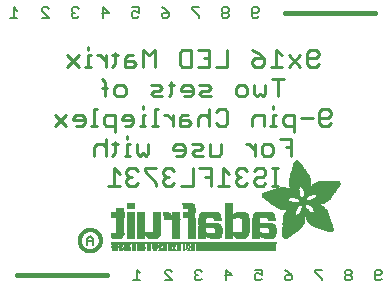
<source format=gbr>
G04 EAGLE Gerber RS-274X export*
G75*
%MOMM*%
%FSLAX34Y34*%
%LPD*%
%INSilkscreen Bottom*%
%IPPOS*%
%AMOC8*
5,1,8,0,0,1.08239X$1,22.5*%
G01*
%ADD10C,0.127000*%
%ADD11C,0.406400*%
%ADD12C,0.228600*%
%ADD13C,0.304800*%
%ADD14C,0.203200*%
%ADD15R,6.839700X0.016800*%
%ADD16R,0.268300X0.016800*%
%ADD17R,0.268200X0.016800*%
%ADD18R,0.251500X0.016800*%
%ADD19R,0.301800X0.016800*%
%ADD20R,0.251400X0.016800*%
%ADD21R,0.285000X0.016800*%
%ADD22R,0.301700X0.016800*%
%ADD23R,0.419100X0.016800*%
%ADD24R,0.318500X0.016800*%
%ADD25R,0.586700X0.016800*%
%ADD26R,0.586800X0.016800*%
%ADD27R,6.839700X0.016700*%
%ADD28R,0.268300X0.016700*%
%ADD29R,0.251400X0.016700*%
%ADD30R,0.251500X0.016700*%
%ADD31R,0.301800X0.016700*%
%ADD32R,0.285000X0.016700*%
%ADD33R,0.301700X0.016700*%
%ADD34R,0.419100X0.016700*%
%ADD35R,0.318500X0.016700*%
%ADD36R,0.586700X0.016700*%
%ADD37R,0.586800X0.016700*%
%ADD38R,0.318600X0.016800*%
%ADD39R,0.569900X0.016800*%
%ADD40R,0.335300X0.016800*%
%ADD41R,0.234700X0.016800*%
%ADD42R,0.234700X0.016700*%
%ADD43R,0.016700X0.016700*%
%ADD44R,0.318600X0.016700*%
%ADD45R,0.569900X0.016700*%
%ADD46R,0.335300X0.016700*%
%ADD47R,0.217900X0.016800*%
%ADD48R,0.033500X0.016800*%
%ADD49R,0.570000X0.016800*%
%ADD50R,0.201100X0.016700*%
%ADD51R,0.050300X0.016700*%
%ADD52R,0.670500X0.016700*%
%ADD53R,1.005800X0.016700*%
%ADD54R,0.570000X0.016700*%
%ADD55R,0.201100X0.016800*%
%ADD56R,0.067000X0.016800*%
%ADD57R,0.670500X0.016800*%
%ADD58R,1.005800X0.016800*%
%ADD59R,0.184400X0.016800*%
%ADD60R,0.989000X0.016800*%
%ADD61R,0.184400X0.016700*%
%ADD62R,0.067000X0.016700*%
%ADD63R,0.989000X0.016700*%
%ADD64R,0.167600X0.016800*%
%ADD65R,0.083800X0.016800*%
%ADD66R,0.637000X0.016800*%
%ADD67R,0.955500X0.016800*%
%ADD68R,0.150800X0.016800*%
%ADD69R,0.100600X0.016800*%
%ADD70R,0.536400X0.016800*%
%ADD71R,0.854900X0.016800*%
%ADD72R,0.150800X0.016700*%
%ADD73R,0.100600X0.016700*%
%ADD74R,0.352000X0.016700*%
%ADD75R,0.435900X0.016700*%
%ADD76R,0.402400X0.016700*%
%ADD77R,0.368800X0.016700*%
%ADD78R,0.134100X0.016800*%
%ADD79R,0.117300X0.016800*%
%ADD80R,0.435900X0.016800*%
%ADD81R,0.368900X0.016800*%
%ADD82R,0.603500X0.016800*%
%ADD83R,0.134100X0.016700*%
%ADD84R,0.117300X0.016700*%
%ADD85R,0.452600X0.016700*%
%ADD86R,0.620300X0.016700*%
%ADD87R,0.284900X0.016800*%
%ADD88R,0.486200X0.016800*%
%ADD89R,0.653800X0.016800*%
%ADD90R,0.804700X0.016800*%
%ADD91R,0.150900X0.016700*%
%ADD92R,0.268200X0.016700*%
%ADD93R,0.737600X0.016700*%
%ADD94R,0.603500X0.016700*%
%ADD95R,0.922000X0.016700*%
%ADD96R,0.150900X0.016800*%
%ADD97R,0.821400X0.016800*%
%ADD98R,0.972300X0.016800*%
%ADD99R,0.989100X0.016800*%
%ADD100R,0.083800X0.016700*%
%ADD101R,0.167600X0.016700*%
%ADD102R,0.821400X0.016700*%
%ADD103R,0.989100X0.016700*%
%ADD104R,0.201200X0.016700*%
%ADD105R,0.050300X0.016800*%
%ADD106R,0.201200X0.016800*%
%ADD107R,0.217900X0.016700*%
%ADD108R,0.284900X0.016700*%
%ADD109R,0.352100X0.016800*%
%ADD110R,0.620300X0.016800*%
%ADD111R,0.385600X0.016800*%
%ADD112R,0.335200X0.016800*%
%ADD113R,0.385600X0.016700*%
%ADD114R,0.687400X0.016700*%
%ADD115R,13.998000X0.016800*%
%ADD116R,13.998000X0.016700*%
%ADD117R,0.637000X0.016700*%
%ADD118R,0.486100X0.016700*%
%ADD119R,0.637100X0.016700*%
%ADD120R,0.519700X0.016700*%
%ADD121R,0.536500X0.016700*%
%ADD122R,0.787900X0.016800*%
%ADD123R,0.687400X0.016800*%
%ADD124R,0.771200X0.016800*%
%ADD125R,0.637100X0.016800*%
%ADD126R,0.720800X0.016800*%
%ADD127R,0.704100X0.016800*%
%ADD128R,0.754400X0.016800*%
%ADD129R,0.838200X0.016700*%
%ADD130R,0.871800X0.016700*%
%ADD131R,0.871700X0.016700*%
%ADD132R,0.402400X0.016800*%
%ADD133R,0.922100X0.016800*%
%ADD134R,0.938800X0.016800*%
%ADD135R,0.938800X0.016700*%
%ADD136R,1.022600X0.016700*%
%ADD137R,0.972400X0.016700*%
%ADD138R,0.972300X0.016700*%
%ADD139R,0.469400X0.016800*%
%ADD140R,1.072900X0.016800*%
%ADD141R,1.022600X0.016800*%
%ADD142R,1.005900X0.016800*%
%ADD143R,0.502900X0.016800*%
%ADD144R,1.123200X0.016800*%
%ADD145R,1.056200X0.016800*%
%ADD146R,1.123100X0.016800*%
%ADD147R,1.139900X0.016700*%
%ADD148R,1.089600X0.016700*%
%ADD149R,0.553200X0.016800*%
%ADD150R,1.190200X0.016800*%
%ADD151R,1.190300X0.016800*%
%ADD152R,1.039400X0.016800*%
%ADD153R,1.223700X0.016800*%
%ADD154R,1.173500X0.016800*%
%ADD155R,1.223800X0.016800*%
%ADD156R,1.240500X0.016700*%
%ADD157R,1.173500X0.016700*%
%ADD158R,1.240600X0.016700*%
%ADD159R,1.190300X0.016700*%
%ADD160R,1.056200X0.016700*%
%ADD161R,1.274100X0.016800*%
%ADD162R,1.274000X0.016800*%
%ADD163R,1.307600X0.016800*%
%ADD164R,1.257300X0.016800*%
%ADD165R,1.324400X0.016800*%
%ADD166R,0.687300X0.016700*%
%ADD167R,1.324400X0.016700*%
%ADD168R,1.307500X0.016700*%
%ADD169R,1.274100X0.016700*%
%ADD170R,1.072900X0.016700*%
%ADD171R,2.011600X0.016800*%
%ADD172R,1.324300X0.016800*%
%ADD173R,1.978100X0.016800*%
%ADD174R,2.011600X0.016700*%
%ADD175R,1.357900X0.016700*%
%ADD176R,1.994900X0.016700*%
%ADD177R,1.341200X0.016700*%
%ADD178R,1.089700X0.016700*%
%ADD179R,0.754300X0.016800*%
%ADD180R,1.994900X0.016800*%
%ADD181R,1.995000X0.016800*%
%ADD182R,1.089700X0.016800*%
%ADD183R,0.787900X0.016700*%
%ADD184R,1.995000X0.016700*%
%ADD185R,2.028400X0.016800*%
%ADD186R,2.011700X0.016800*%
%ADD187R,1.106500X0.016800*%
%ADD188R,2.028400X0.016700*%
%ADD189R,2.011700X0.016700*%
%ADD190R,1.106500X0.016700*%
%ADD191R,0.888400X0.016800*%
%ADD192R,0.922000X0.016800*%
%ADD193R,0.938700X0.016700*%
%ADD194R,2.045200X0.016800*%
%ADD195R,0.938700X0.016800*%
%ADD196R,0.670600X0.016700*%
%ADD197R,0.888500X0.016700*%
%ADD198R,2.045200X0.016700*%
%ADD199R,0.888400X0.016700*%
%ADD200R,0.804600X0.016800*%
%ADD201R,2.028500X0.016800*%
%ADD202R,1.056100X0.016700*%
%ADD203R,0.771100X0.016700*%
%ADD204R,0.754300X0.016700*%
%ADD205R,2.028500X0.016700*%
%ADD206R,0.737700X0.016700*%
%ADD207R,1.072800X0.016800*%
%ADD208R,0.871700X0.016800*%
%ADD209R,0.737600X0.016800*%
%ADD210R,0.871800X0.016800*%
%ADD211R,1.089600X0.016800*%
%ADD212R,0.704000X0.016800*%
%ADD213R,0.687300X0.016800*%
%ADD214R,0.670600X0.016800*%
%ADD215R,1.123100X0.016700*%
%ADD216R,0.720800X0.016700*%
%ADD217R,0.653700X0.016700*%
%ADD218R,0.653800X0.016700*%
%ADD219R,1.139900X0.016800*%
%ADD220R,1.173400X0.016800*%
%ADD221R,1.190200X0.016700*%
%ADD222R,1.207000X0.016800*%
%ADD223R,1.240500X0.016800*%
%ADD224R,0.469400X0.016700*%
%ADD225R,1.274000X0.016700*%
%ADD226R,0.519600X0.016800*%
%ADD227R,1.341100X0.016800*%
%ADD228R,0.771200X0.016700*%
%ADD229R,1.374600X0.016700*%
%ADD230R,0.838200X0.016800*%
%ADD231R,1.391400X0.016800*%
%ADD232R,1.424900X0.016800*%
%ADD233R,1.441700X0.016700*%
%ADD234R,1.475200X0.016800*%
%ADD235R,1.491900X0.016700*%
%ADD236R,1.525500X0.016800*%
%ADD237R,1.559000X0.016700*%
%ADD238R,1.575800X0.016800*%
%ADD239R,1.307600X0.016700*%
%ADD240R,1.592500X0.016700*%
%ADD241R,1.374700X0.016800*%
%ADD242R,1.609300X0.016800*%
%ADD243R,1.408200X0.016800*%
%ADD244R,1.626100X0.016800*%
%ADD245R,1.626100X0.016700*%
%ADD246R,1.508800X0.016800*%
%ADD247R,1.659600X0.016800*%
%ADD248R,1.559000X0.016800*%
%ADD249R,1.676400X0.016800*%
%ADD250R,1.575800X0.016700*%
%ADD251R,1.676400X0.016700*%
%ADD252R,1.978100X0.016700*%
%ADD253R,1.693100X0.016800*%
%ADD254R,1.642800X0.016800*%
%ADD255R,1.709900X0.016800*%
%ADD256R,1.961300X0.016800*%
%ADD257R,1.726600X0.016700*%
%ADD258R,1.961300X0.016700*%
%ADD259R,1.693200X0.016800*%
%ADD260R,1.726600X0.016800*%
%ADD261R,1.944600X0.016800*%
%ADD262R,1.726700X0.016700*%
%ADD263R,1.743400X0.016700*%
%ADD264R,1.944600X0.016700*%
%ADD265R,1.726700X0.016800*%
%ADD266R,1.760200X0.016800*%
%ADD267R,1.927800X0.016800*%
%ADD268R,1.911000X0.016800*%
%ADD269R,1.793700X0.016700*%
%ADD270R,1.776900X0.016700*%
%ADD271R,1.911100X0.016700*%
%ADD272R,1.894300X0.016700*%
%ADD273R,1.793800X0.016800*%
%ADD274R,1.776900X0.016800*%
%ADD275R,1.911100X0.016800*%
%ADD276R,1.894300X0.016800*%
%ADD277R,1.827300X0.016800*%
%ADD278R,1.810500X0.016800*%
%ADD279R,1.877500X0.016800*%
%ADD280R,1.844100X0.016700*%
%ADD281R,1.810500X0.016700*%
%ADD282R,1.860800X0.016700*%
%ADD283R,1.844000X0.016700*%
%ADD284R,1.860900X0.016800*%
%ADD285R,1.844000X0.016800*%
%ADD286R,1.827200X0.016800*%
%ADD287R,1.860800X0.016800*%
%ADD288R,1.793700X0.016800*%
%ADD289R,1.877600X0.016700*%
%ADD290R,1.827200X0.016700*%
%ADD291R,1.927800X0.016700*%
%ADD292R,1.927900X0.016800*%
%ADD293R,1.944700X0.016700*%
%ADD294R,1.877500X0.016700*%
%ADD295R,1.961400X0.016800*%
%ADD296R,1.961400X0.016700*%
%ADD297R,1.978200X0.016800*%
%ADD298R,1.911000X0.016700*%
%ADD299R,0.620200X0.016800*%
%ADD300R,1.425000X0.016800*%
%ADD301R,0.620200X0.016700*%
%ADD302R,1.425000X0.016700*%
%ADD303R,0.653700X0.016800*%
%ADD304R,0.704100X0.016700*%
%ADD305R,0.804700X0.016700*%
%ADD306R,0.905200X0.016800*%
%ADD307R,1.894400X0.016800*%
%ADD308R,1.927900X0.016700*%
%ADD309R,1.877600X0.016800*%
%ADD310R,3.889300X0.016800*%
%ADD311R,3.872500X0.016700*%
%ADD312R,3.872500X0.016800*%
%ADD313R,3.855700X0.016700*%
%ADD314R,0.754400X0.016700*%
%ADD315R,3.855700X0.016800*%
%ADD316R,3.839000X0.016800*%
%ADD317R,0.720900X0.016800*%
%ADD318R,3.822200X0.016700*%
%ADD319R,2.715700X0.016800*%
%ADD320R,2.632000X0.016800*%
%ADD321R,1.290800X0.016800*%
%ADD322R,2.615200X0.016700*%
%ADD323R,1.257300X0.016700*%
%ADD324R,2.581700X0.016800*%
%ADD325R,1.240600X0.016800*%
%ADD326R,2.564900X0.016800*%
%ADD327R,1.760300X0.016800*%
%ADD328R,2.531400X0.016700*%
%ADD329R,1.156700X0.016700*%
%ADD330R,2.514600X0.016800*%
%ADD331R,0.955600X0.016800*%
%ADD332R,2.497800X0.016800*%
%ADD333R,1.659700X0.016800*%
%ADD334R,2.464300X0.016700*%
%ADD335R,1.039300X0.016700*%
%ADD336R,2.447500X0.016800*%
%ADD337R,1.592500X0.016800*%
%ADD338R,0.536500X0.016800*%
%ADD339R,2.430800X0.016700*%
%ADD340R,1.559100X0.016700*%
%ADD341R,1.542300X0.016700*%
%ADD342R,0.502900X0.016700*%
%ADD343R,2.414000X0.016800*%
%ADD344R,0.905300X0.016800*%
%ADD345R,1.508700X0.016800*%
%ADD346R,0.888500X0.016800*%
%ADD347R,2.397300X0.016800*%
%ADD348R,1.441700X0.016800*%
%ADD349R,0.452700X0.016800*%
%ADD350R,1.290900X0.016700*%
%ADD351R,1.156700X0.016800*%
%ADD352R,0.855000X0.016800*%
%ADD353R,1.123200X0.016700*%
%ADD354R,0.720900X0.016700*%
%ADD355R,1.106400X0.016800*%
%ADD356R,1.106400X0.016700*%
%ADD357R,0.771100X0.016800*%
%ADD358R,0.435800X0.016700*%
%ADD359R,1.592600X0.016700*%
%ADD360R,0.435800X0.016800*%
%ADD361R,1.642900X0.016800*%
%ADD362R,0.402300X0.016800*%
%ADD363R,1.793800X0.016700*%
%ADD364R,0.368800X0.016800*%
%ADD365R,1.056100X0.016800*%
%ADD366R,1.039400X0.016700*%
%ADD367R,2.078800X0.016800*%
%ADD368R,0.335200X0.016700*%
%ADD369R,2.145800X0.016700*%
%ADD370R,2.162600X0.016800*%
%ADD371R,0.352000X0.016800*%
%ADD372R,2.212800X0.016800*%
%ADD373R,2.279900X0.016700*%
%ADD374R,2.330200X0.016800*%
%ADD375R,2.799500X0.016800*%
%ADD376R,2.816300X0.016700*%
%ADD377R,0.955500X0.016700*%
%ADD378R,2.849900X0.016800*%
%ADD379R,2.916900X0.016800*%
%ADD380R,4.224500X0.016700*%
%ADD381R,4.291600X0.016800*%
%ADD382R,4.409000X0.016800*%
%ADD383R,4.509500X0.016700*%
%ADD384R,4.526300X0.016800*%
%ADD385R,4.626800X0.016700*%
%ADD386R,4.693900X0.016800*%
%ADD387R,4.727400X0.016800*%
%ADD388R,2.548200X0.016700*%
%ADD389R,2.179300X0.016700*%
%ADD390R,2.430800X0.016800*%
%ADD391R,2.414000X0.016700*%
%ADD392R,2.414100X0.016800*%
%ADD393R,2.430700X0.016700*%
%ADD394R,2.447600X0.016700*%
%ADD395R,1.559100X0.016800*%
%ADD396R,1.525500X0.016700*%
%ADD397R,1.492000X0.016800*%
%ADD398R,1.491900X0.016800*%
%ADD399R,1.458500X0.016700*%
%ADD400R,2.061900X0.016800*%
%ADD401R,1.408100X0.016700*%
%ADD402R,0.905200X0.016700*%
%ADD403R,2.112300X0.016700*%
%ADD404R,2.179300X0.016800*%
%ADD405R,1.408200X0.016700*%
%ADD406R,2.212900X0.016700*%
%ADD407R,1.140000X0.016800*%
%ADD408R,3.319300X0.016800*%
%ADD409R,1.374700X0.016700*%
%ADD410R,0.402300X0.016700*%
%ADD411R,3.302500X0.016700*%
%ADD412R,3.285700X0.016800*%
%ADD413R,1.357900X0.016800*%
%ADD414R,3.269000X0.016800*%
%ADD415R,3.285800X0.016700*%
%ADD416R,3.268900X0.016800*%
%ADD417R,0.452700X0.016700*%
%ADD418R,3.268900X0.016700*%
%ADD419R,1.391400X0.016700*%
%ADD420R,3.269000X0.016700*%
%ADD421R,1.374600X0.016800*%
%ADD422R,0.519700X0.016800*%
%ADD423R,3.252200X0.016800*%
%ADD424R,3.235400X0.016800*%
%ADD425R,3.235400X0.016700*%
%ADD426R,3.218600X0.016800*%
%ADD427R,3.201900X0.016800*%
%ADD428R,3.201900X0.016700*%
%ADD429R,1.458500X0.016800*%
%ADD430R,1.525600X0.016800*%
%ADD431R,3.185100X0.016800*%
%ADD432R,2.531300X0.016700*%
%ADD433R,3.168400X0.016700*%
%ADD434R,2.531300X0.016800*%
%ADD435R,3.151600X0.016800*%
%ADD436R,2.548100X0.016800*%
%ADD437R,3.134900X0.016800*%
%ADD438R,2.564900X0.016700*%
%ADD439R,3.118100X0.016700*%
%ADD440R,2.581600X0.016800*%
%ADD441R,3.101400X0.016800*%
%ADD442R,2.598400X0.016700*%
%ADD443R,3.067900X0.016700*%
%ADD444R,2.598400X0.016800*%
%ADD445R,3.034300X0.016800*%
%ADD446R,2.615100X0.016800*%
%ADD447R,3.000800X0.016800*%
%ADD448R,2.631900X0.016700*%
%ADD449R,2.950500X0.016700*%
%ADD450R,2.648700X0.016800*%
%ADD451R,2.900200X0.016800*%
%ADD452R,2.665500X0.016800*%
%ADD453R,2.682200X0.016700*%
%ADD454R,2.799600X0.016700*%
%ADD455R,2.699000X0.016800*%
%ADD456R,2.732500X0.016800*%
%ADD457R,2.749300X0.016700*%
%ADD458R,2.632000X0.016700*%
%ADD459R,2.749300X0.016800*%
%ADD460R,2.766100X0.016700*%
%ADD461R,2.766100X0.016800*%
%ADD462R,2.481100X0.016800*%
%ADD463R,2.782900X0.016800*%
%ADD464R,2.380500X0.016700*%
%ADD465R,2.833100X0.016800*%
%ADD466R,1.592600X0.016800*%
%ADD467R,2.849900X0.016700*%
%ADD468R,2.883400X0.016800*%
%ADD469R,2.917000X0.016700*%
%ADD470R,2.933700X0.016800*%
%ADD471R,2.967200X0.016800*%
%ADD472R,2.967200X0.016700*%
%ADD473R,3.017500X0.016700*%
%ADD474R,3.051000X0.016800*%
%ADD475R,0.788000X0.016800*%
%ADD476R,3.084600X0.016800*%
%ADD477R,2.397300X0.016700*%
%ADD478R,2.397200X0.016800*%
%ADD479R,1.760200X0.016700*%
%ADD480R,2.397200X0.016700*%
%ADD481R,1.827300X0.016700*%
%ADD482R,2.380500X0.016800*%
%ADD483R,2.363700X0.016800*%
%ADD484R,2.363700X0.016700*%
%ADD485R,2.346900X0.016800*%
%ADD486R,2.296600X0.016700*%
%ADD487R,2.279900X0.016800*%
%ADD488R,2.246300X0.016800*%
%ADD489R,2.229600X0.016700*%
%ADD490R,2.129100X0.016800*%
%ADD491R,2.112300X0.016800*%
%ADD492R,1.609300X0.016700*%
%ADD493R,1.743400X0.016800*%
%ADD494R,1.693100X0.016700*%
%ADD495R,1.659700X0.016700*%
%ADD496R,1.575900X0.016800*%
%ADD497R,1.575900X0.016700*%
%ADD498R,1.475200X0.016700*%
%ADD499R,1.324300X0.016700*%
%ADD500R,1.290800X0.016700*%
%ADD501R,1.207000X0.016700*%
%ADD502R,0.854900X0.016700*%
%ADD503R,0.821500X0.016700*%
%ADD504R,0.821500X0.016800*%
%ADD505R,0.218000X0.016800*%


D10*
X63733Y252947D02*
X60767Y255913D01*
X60767Y247015D01*
X63733Y247015D02*
X57801Y247015D01*
X84471Y247015D02*
X90403Y247015D01*
X84471Y252947D01*
X84471Y254430D01*
X85954Y255913D01*
X88920Y255913D01*
X90403Y254430D01*
X114320Y255913D02*
X115803Y254430D01*
X114320Y255913D02*
X111354Y255913D01*
X109871Y254430D01*
X109871Y252947D01*
X111354Y251464D01*
X112837Y251464D01*
X111354Y251464D02*
X109871Y249981D01*
X109871Y248498D01*
X111354Y247015D01*
X114320Y247015D01*
X115803Y248498D01*
X136754Y247015D02*
X136754Y255913D01*
X141203Y251464D01*
X135271Y251464D01*
X160671Y255913D02*
X166603Y255913D01*
X166603Y251464D01*
X163637Y252947D01*
X162154Y252947D01*
X160671Y251464D01*
X160671Y248498D01*
X162154Y247015D01*
X165120Y247015D01*
X166603Y248498D01*
X186071Y255913D02*
X189037Y254430D01*
X192003Y251464D01*
X192003Y248498D01*
X190520Y247015D01*
X187554Y247015D01*
X186071Y248498D01*
X186071Y249981D01*
X187554Y251464D01*
X192003Y251464D01*
X211471Y255913D02*
X217403Y255913D01*
X211471Y255913D02*
X211471Y254430D01*
X217403Y248498D01*
X217403Y247015D01*
X241320Y255913D02*
X242803Y254430D01*
X241320Y255913D02*
X238354Y255913D01*
X236871Y254430D01*
X236871Y252947D01*
X238354Y251464D01*
X236871Y249981D01*
X236871Y248498D01*
X238354Y247015D01*
X241320Y247015D01*
X242803Y248498D01*
X242803Y249981D01*
X241320Y251464D01*
X242803Y252947D01*
X242803Y254430D01*
X241320Y251464D02*
X238354Y251464D01*
X266720Y247015D02*
X268203Y248498D01*
X266720Y247015D02*
X263754Y247015D01*
X262271Y248498D01*
X262271Y254430D01*
X263754Y255913D01*
X266720Y255913D01*
X268203Y254430D01*
X268203Y252947D01*
X266720Y251464D01*
X262271Y251464D01*
X164907Y33663D02*
X167873Y30697D01*
X164907Y33663D02*
X164907Y24765D01*
X167873Y24765D02*
X161941Y24765D01*
X188611Y24765D02*
X194543Y24765D01*
X188611Y30697D01*
X188611Y32180D01*
X190094Y33663D01*
X193060Y33663D01*
X194543Y32180D01*
X218460Y33663D02*
X219943Y32180D01*
X218460Y33663D02*
X215494Y33663D01*
X214011Y32180D01*
X214011Y30697D01*
X215494Y29214D01*
X216977Y29214D01*
X215494Y29214D02*
X214011Y27731D01*
X214011Y26248D01*
X215494Y24765D01*
X218460Y24765D01*
X219943Y26248D01*
X240894Y24765D02*
X240894Y33663D01*
X245343Y29214D01*
X239411Y29214D01*
X264811Y33663D02*
X270743Y33663D01*
X270743Y29214D01*
X267777Y30697D01*
X266294Y30697D01*
X264811Y29214D01*
X264811Y26248D01*
X266294Y24765D01*
X269260Y24765D01*
X270743Y26248D01*
X290211Y33663D02*
X293177Y32180D01*
X296143Y29214D01*
X296143Y26248D01*
X294660Y24765D01*
X291694Y24765D01*
X290211Y26248D01*
X290211Y27731D01*
X291694Y29214D01*
X296143Y29214D01*
X315611Y33663D02*
X321543Y33663D01*
X315611Y33663D02*
X315611Y32180D01*
X321543Y26248D01*
X321543Y24765D01*
X345460Y33663D02*
X346943Y32180D01*
X345460Y33663D02*
X342494Y33663D01*
X341011Y32180D01*
X341011Y30697D01*
X342494Y29214D01*
X341011Y27731D01*
X341011Y26248D01*
X342494Y24765D01*
X345460Y24765D01*
X346943Y26248D01*
X346943Y27731D01*
X345460Y29214D01*
X346943Y30697D01*
X346943Y32180D01*
X345460Y29214D02*
X342494Y29214D01*
X370860Y24765D02*
X372343Y26248D01*
X370860Y24765D02*
X367894Y24765D01*
X366411Y26248D01*
X366411Y32180D01*
X367894Y33663D01*
X370860Y33663D01*
X372343Y32180D01*
X372343Y30697D01*
X370860Y29214D01*
X366411Y29214D01*
D11*
X139700Y29210D02*
X63500Y29210D01*
X290830Y251460D02*
X367030Y251460D01*
D12*
X319016Y208028D02*
X316601Y205613D01*
X311771Y205613D01*
X309356Y208028D01*
X309356Y217688D01*
X311771Y220103D01*
X316601Y220103D01*
X319016Y217688D01*
X319016Y215273D01*
X316601Y212858D01*
X309356Y212858D01*
X303580Y215273D02*
X293920Y205613D01*
X303580Y205613D02*
X293920Y215273D01*
X288144Y215273D02*
X283314Y220103D01*
X283314Y205613D01*
X288144Y205613D02*
X278483Y205613D01*
X267878Y217688D02*
X263047Y220103D01*
X267878Y217688D02*
X272708Y212858D01*
X272708Y208028D01*
X270293Y205613D01*
X265462Y205613D01*
X263047Y208028D01*
X263047Y210443D01*
X265462Y212858D01*
X272708Y212858D01*
X241836Y220103D02*
X241836Y205613D01*
X232175Y205613D01*
X226399Y220103D02*
X216739Y220103D01*
X226399Y220103D02*
X226399Y205613D01*
X216739Y205613D01*
X221569Y212858D02*
X226399Y212858D01*
X210963Y220103D02*
X210963Y205613D01*
X203718Y205613D01*
X201303Y208028D01*
X201303Y217688D01*
X203718Y220103D01*
X210963Y220103D01*
X180091Y220103D02*
X180091Y205613D01*
X175261Y215273D02*
X180091Y220103D01*
X175261Y215273D02*
X170431Y220103D01*
X170431Y205613D01*
X162240Y215273D02*
X157410Y215273D01*
X154995Y212858D01*
X154995Y205613D01*
X162240Y205613D01*
X164655Y208028D01*
X162240Y210443D01*
X154995Y210443D01*
X146804Y208028D02*
X146804Y217688D01*
X146804Y208028D02*
X144389Y205613D01*
X144389Y215273D02*
X149219Y215273D01*
X138928Y215273D02*
X138928Y205613D01*
X138928Y210443D02*
X134098Y215273D01*
X131683Y215273D01*
X126065Y215273D02*
X123650Y215273D01*
X123650Y205613D01*
X126065Y205613D02*
X121235Y205613D01*
X123650Y220103D02*
X123650Y222518D01*
X115774Y215273D02*
X106114Y205613D01*
X115774Y205613D02*
X106114Y215273D01*
X284600Y194957D02*
X284600Y180467D01*
X289430Y194957D02*
X279770Y194957D01*
X273994Y190127D02*
X273994Y182882D01*
X271579Y180467D01*
X269164Y182882D01*
X266749Y180467D01*
X264334Y182882D01*
X264334Y190127D01*
X256143Y180467D02*
X251313Y180467D01*
X248898Y182882D01*
X248898Y187712D01*
X251313Y190127D01*
X256143Y190127D01*
X258558Y187712D01*
X258558Y182882D01*
X256143Y180467D01*
X227686Y180467D02*
X220441Y180467D01*
X218026Y182882D01*
X220441Y185297D01*
X225271Y185297D01*
X227686Y187712D01*
X225271Y190127D01*
X218026Y190127D01*
X209835Y180467D02*
X205005Y180467D01*
X209835Y180467D02*
X212250Y182882D01*
X212250Y187712D01*
X209835Y190127D01*
X205005Y190127D01*
X202589Y187712D01*
X202589Y185297D01*
X212250Y185297D01*
X194399Y182882D02*
X194399Y192542D01*
X194399Y182882D02*
X191984Y180467D01*
X191984Y190127D02*
X196814Y190127D01*
X186523Y180467D02*
X179278Y180467D01*
X176863Y182882D01*
X179278Y185297D01*
X184108Y185297D01*
X186523Y187712D01*
X184108Y190127D01*
X176863Y190127D01*
X153236Y180467D02*
X148406Y180467D01*
X145991Y182882D01*
X145991Y187712D01*
X148406Y190127D01*
X153236Y190127D01*
X155651Y187712D01*
X155651Y182882D01*
X153236Y180467D01*
X137800Y180467D02*
X137800Y192542D01*
X135385Y194957D01*
X135385Y187712D02*
X140215Y187712D01*
X326892Y155321D02*
X329307Y157736D01*
X326892Y155321D02*
X322061Y155321D01*
X319646Y157736D01*
X319646Y167396D01*
X322061Y169811D01*
X326892Y169811D01*
X329307Y167396D01*
X329307Y164981D01*
X326892Y162566D01*
X319646Y162566D01*
X313871Y162566D02*
X304210Y162566D01*
X298434Y164981D02*
X298434Y150491D01*
X298434Y164981D02*
X291189Y164981D01*
X288774Y162566D01*
X288774Y157736D01*
X291189Y155321D01*
X298434Y155321D01*
X282998Y164981D02*
X280583Y164981D01*
X280583Y155321D01*
X282998Y155321D02*
X278168Y155321D01*
X280583Y169811D02*
X280583Y172226D01*
X272708Y164981D02*
X272708Y155321D01*
X272708Y164981D02*
X265463Y164981D01*
X263047Y162566D01*
X263047Y155321D01*
X234590Y169811D02*
X232175Y167396D01*
X234590Y169811D02*
X239421Y169811D01*
X241836Y167396D01*
X241836Y157736D01*
X239421Y155321D01*
X234590Y155321D01*
X232175Y157736D01*
X226400Y155321D02*
X226400Y169811D01*
X223984Y164981D02*
X226400Y162566D01*
X223984Y164981D02*
X219154Y164981D01*
X216739Y162566D01*
X216739Y155321D01*
X208548Y164981D02*
X203718Y164981D01*
X201303Y162566D01*
X201303Y155321D01*
X208548Y155321D01*
X210963Y157736D01*
X208548Y160151D01*
X201303Y160151D01*
X195527Y155321D02*
X195527Y164981D01*
X195527Y160151D02*
X190697Y164981D01*
X188282Y164981D01*
X182664Y169811D02*
X180249Y169811D01*
X180249Y155321D01*
X182664Y155321D02*
X177834Y155321D01*
X172373Y164981D02*
X169958Y164981D01*
X169958Y155321D01*
X172373Y155321D02*
X167543Y155321D01*
X169958Y169811D02*
X169958Y172226D01*
X159668Y155321D02*
X154837Y155321D01*
X159668Y155321D02*
X162083Y157736D01*
X162083Y162566D01*
X159668Y164981D01*
X154837Y164981D01*
X152422Y162566D01*
X152422Y160151D01*
X162083Y160151D01*
X146647Y164981D02*
X146647Y150491D01*
X146647Y164981D02*
X139401Y164981D01*
X136986Y162566D01*
X136986Y157736D01*
X139401Y155321D01*
X146647Y155321D01*
X131211Y169811D02*
X128795Y169811D01*
X128795Y155321D01*
X126380Y155321D02*
X131211Y155321D01*
X118505Y155321D02*
X113675Y155321D01*
X118505Y155321D02*
X120920Y157736D01*
X120920Y162566D01*
X118505Y164981D01*
X113675Y164981D01*
X111260Y162566D01*
X111260Y160151D01*
X120920Y160151D01*
X105484Y164981D02*
X95824Y155321D01*
X105484Y155321D02*
X95824Y164981D01*
X295862Y144665D02*
X295862Y130175D01*
X295862Y144665D02*
X286202Y144665D01*
X291032Y137420D02*
X295862Y137420D01*
X278011Y130175D02*
X273181Y130175D01*
X270765Y132590D01*
X270765Y137420D01*
X273181Y139835D01*
X278011Y139835D01*
X280426Y137420D01*
X280426Y132590D01*
X278011Y130175D01*
X264990Y130175D02*
X264990Y139835D01*
X264990Y135005D02*
X260160Y139835D01*
X257744Y139835D01*
X236690Y139835D02*
X236690Y132590D01*
X234275Y130175D01*
X227030Y130175D01*
X227030Y139835D01*
X221254Y130175D02*
X214009Y130175D01*
X211594Y132590D01*
X214009Y135005D01*
X218839Y135005D01*
X221254Y137420D01*
X218839Y139835D01*
X211594Y139835D01*
X203403Y130175D02*
X198573Y130175D01*
X203403Y130175D02*
X205818Y132590D01*
X205818Y137420D01*
X203403Y139835D01*
X198573Y139835D01*
X196158Y137420D01*
X196158Y135005D01*
X205818Y135005D01*
X174946Y132590D02*
X174946Y139835D01*
X174946Y132590D02*
X172531Y130175D01*
X170116Y132590D01*
X167701Y130175D01*
X165286Y132590D01*
X165286Y139835D01*
X159510Y139835D02*
X157095Y139835D01*
X157095Y130175D01*
X159510Y130175D02*
X154680Y130175D01*
X157095Y144665D02*
X157095Y147080D01*
X146804Y142250D02*
X146804Y132590D01*
X144389Y130175D01*
X144389Y139835D02*
X149219Y139835D01*
X138929Y144665D02*
X138929Y130175D01*
X138929Y137420D02*
X136513Y139835D01*
X131683Y139835D01*
X129268Y137420D01*
X129268Y130175D01*
X279455Y105029D02*
X284285Y105029D01*
X281870Y105029D02*
X281870Y119519D01*
X284285Y119519D02*
X279455Y119519D01*
X266749Y119519D02*
X264334Y117104D01*
X266749Y119519D02*
X271579Y119519D01*
X273994Y117104D01*
X273994Y114689D01*
X271579Y112274D01*
X266749Y112274D01*
X264334Y109859D01*
X264334Y107444D01*
X266749Y105029D01*
X271579Y105029D01*
X273994Y107444D01*
X258558Y117104D02*
X256143Y119519D01*
X251313Y119519D01*
X248898Y117104D01*
X248898Y114689D01*
X251313Y112274D01*
X253728Y112274D01*
X251313Y112274D02*
X248898Y109859D01*
X248898Y107444D01*
X251313Y105029D01*
X256143Y105029D01*
X258558Y107444D01*
X243122Y114689D02*
X238292Y119519D01*
X238292Y105029D01*
X243122Y105029D02*
X233462Y105029D01*
X227686Y105029D02*
X227686Y119519D01*
X218026Y119519D01*
X222856Y112274D02*
X227686Y112274D01*
X212250Y119519D02*
X212250Y105029D01*
X202590Y105029D01*
X196814Y117104D02*
X194399Y119519D01*
X189569Y119519D01*
X187153Y117104D01*
X187153Y114689D01*
X189569Y112274D01*
X191984Y112274D01*
X189569Y112274D02*
X187153Y109859D01*
X187153Y107444D01*
X189569Y105029D01*
X194399Y105029D01*
X196814Y107444D01*
X181378Y119519D02*
X171717Y119519D01*
X171717Y117104D01*
X181378Y107444D01*
X181378Y105029D01*
X165942Y117104D02*
X163527Y119519D01*
X158696Y119519D01*
X156281Y117104D01*
X156281Y114689D01*
X158696Y112274D01*
X161111Y112274D01*
X158696Y112274D02*
X156281Y109859D01*
X156281Y107444D01*
X158696Y105029D01*
X163527Y105029D01*
X165942Y107444D01*
X150506Y114689D02*
X145675Y119519D01*
X145675Y105029D01*
X140845Y105029D02*
X150506Y105029D01*
D13*
X116750Y58420D02*
X116753Y58640D01*
X116761Y58861D01*
X116774Y59081D01*
X116793Y59300D01*
X116818Y59519D01*
X116847Y59738D01*
X116882Y59955D01*
X116923Y60172D01*
X116968Y60388D01*
X117019Y60602D01*
X117075Y60815D01*
X117137Y61027D01*
X117203Y61237D01*
X117275Y61445D01*
X117352Y61652D01*
X117434Y61856D01*
X117520Y62059D01*
X117612Y62259D01*
X117709Y62458D01*
X117810Y62653D01*
X117917Y62846D01*
X118028Y63037D01*
X118143Y63224D01*
X118263Y63409D01*
X118388Y63591D01*
X118517Y63769D01*
X118651Y63945D01*
X118788Y64117D01*
X118930Y64285D01*
X119076Y64451D01*
X119226Y64612D01*
X119380Y64770D01*
X119538Y64924D01*
X119699Y65074D01*
X119865Y65220D01*
X120033Y65362D01*
X120205Y65499D01*
X120381Y65633D01*
X120559Y65762D01*
X120741Y65887D01*
X120926Y66007D01*
X121113Y66122D01*
X121304Y66233D01*
X121497Y66340D01*
X121692Y66441D01*
X121891Y66538D01*
X122091Y66630D01*
X122294Y66716D01*
X122498Y66798D01*
X122705Y66875D01*
X122913Y66947D01*
X123123Y67013D01*
X123335Y67075D01*
X123548Y67131D01*
X123762Y67182D01*
X123978Y67227D01*
X124195Y67268D01*
X124412Y67303D01*
X124631Y67332D01*
X124850Y67357D01*
X125069Y67376D01*
X125289Y67389D01*
X125510Y67397D01*
X125730Y67400D01*
X125950Y67397D01*
X126171Y67389D01*
X126391Y67376D01*
X126610Y67357D01*
X126829Y67332D01*
X127048Y67303D01*
X127265Y67268D01*
X127482Y67227D01*
X127698Y67182D01*
X127912Y67131D01*
X128125Y67075D01*
X128337Y67013D01*
X128547Y66947D01*
X128755Y66875D01*
X128962Y66798D01*
X129166Y66716D01*
X129369Y66630D01*
X129569Y66538D01*
X129768Y66441D01*
X129963Y66340D01*
X130156Y66233D01*
X130347Y66122D01*
X130534Y66007D01*
X130719Y65887D01*
X130901Y65762D01*
X131079Y65633D01*
X131255Y65499D01*
X131427Y65362D01*
X131595Y65220D01*
X131761Y65074D01*
X131922Y64924D01*
X132080Y64770D01*
X132234Y64612D01*
X132384Y64451D01*
X132530Y64285D01*
X132672Y64117D01*
X132809Y63945D01*
X132943Y63769D01*
X133072Y63591D01*
X133197Y63409D01*
X133317Y63224D01*
X133432Y63037D01*
X133543Y62846D01*
X133650Y62653D01*
X133751Y62458D01*
X133848Y62259D01*
X133940Y62059D01*
X134026Y61856D01*
X134108Y61652D01*
X134185Y61445D01*
X134257Y61237D01*
X134323Y61027D01*
X134385Y60815D01*
X134441Y60602D01*
X134492Y60388D01*
X134537Y60172D01*
X134578Y59955D01*
X134613Y59738D01*
X134642Y59519D01*
X134667Y59300D01*
X134686Y59081D01*
X134699Y58861D01*
X134707Y58640D01*
X134710Y58420D01*
X134707Y58200D01*
X134699Y57979D01*
X134686Y57759D01*
X134667Y57540D01*
X134642Y57321D01*
X134613Y57102D01*
X134578Y56885D01*
X134537Y56668D01*
X134492Y56452D01*
X134441Y56238D01*
X134385Y56025D01*
X134323Y55813D01*
X134257Y55603D01*
X134185Y55395D01*
X134108Y55188D01*
X134026Y54984D01*
X133940Y54781D01*
X133848Y54581D01*
X133751Y54382D01*
X133650Y54187D01*
X133543Y53994D01*
X133432Y53803D01*
X133317Y53616D01*
X133197Y53431D01*
X133072Y53249D01*
X132943Y53071D01*
X132809Y52895D01*
X132672Y52723D01*
X132530Y52555D01*
X132384Y52389D01*
X132234Y52228D01*
X132080Y52070D01*
X131922Y51916D01*
X131761Y51766D01*
X131595Y51620D01*
X131427Y51478D01*
X131255Y51341D01*
X131079Y51207D01*
X130901Y51078D01*
X130719Y50953D01*
X130534Y50833D01*
X130347Y50718D01*
X130156Y50607D01*
X129963Y50500D01*
X129768Y50399D01*
X129569Y50302D01*
X129369Y50210D01*
X129166Y50124D01*
X128962Y50042D01*
X128755Y49965D01*
X128547Y49893D01*
X128337Y49827D01*
X128125Y49765D01*
X127912Y49709D01*
X127698Y49658D01*
X127482Y49613D01*
X127265Y49572D01*
X127048Y49537D01*
X126829Y49508D01*
X126610Y49483D01*
X126391Y49464D01*
X126171Y49451D01*
X125950Y49443D01*
X125730Y49440D01*
X125510Y49443D01*
X125289Y49451D01*
X125069Y49464D01*
X124850Y49483D01*
X124631Y49508D01*
X124412Y49537D01*
X124195Y49572D01*
X123978Y49613D01*
X123762Y49658D01*
X123548Y49709D01*
X123335Y49765D01*
X123123Y49827D01*
X122913Y49893D01*
X122705Y49965D01*
X122498Y50042D01*
X122294Y50124D01*
X122091Y50210D01*
X121891Y50302D01*
X121692Y50399D01*
X121497Y50500D01*
X121304Y50607D01*
X121113Y50718D01*
X120926Y50833D01*
X120741Y50953D01*
X120559Y51078D01*
X120381Y51207D01*
X120205Y51341D01*
X120033Y51478D01*
X119865Y51620D01*
X119699Y51766D01*
X119538Y51916D01*
X119380Y52070D01*
X119226Y52228D01*
X119076Y52389D01*
X118930Y52555D01*
X118788Y52723D01*
X118651Y52895D01*
X118517Y53071D01*
X118388Y53249D01*
X118263Y53431D01*
X118143Y53616D01*
X118028Y53803D01*
X117917Y53994D01*
X117810Y54187D01*
X117709Y54382D01*
X117612Y54581D01*
X117520Y54781D01*
X117434Y54984D01*
X117352Y55188D01*
X117275Y55395D01*
X117203Y55603D01*
X117137Y55813D01*
X117075Y56025D01*
X117019Y56238D01*
X116968Y56452D01*
X116923Y56668D01*
X116882Y56885D01*
X116847Y57102D01*
X116818Y57321D01*
X116793Y57540D01*
X116774Y57759D01*
X116761Y57979D01*
X116753Y58200D01*
X116750Y58420D01*
D14*
X128270Y59779D02*
X128270Y54356D01*
X128270Y59779D02*
X125558Y62491D01*
X122847Y59779D01*
X122847Y54356D01*
X122847Y58423D02*
X128270Y58423D01*
D15*
X249152Y49530D03*
D16*
X212606Y49530D03*
D17*
X209085Y49530D03*
D18*
X204643Y49530D03*
D16*
X201039Y49530D03*
D19*
X197015Y49530D03*
D20*
X192908Y49530D03*
D21*
X189052Y49530D03*
D22*
X185113Y49530D03*
D23*
X180503Y49530D03*
X175306Y49530D03*
D24*
X170612Y49530D03*
D21*
X166588Y49530D03*
X162733Y49530D03*
D25*
X157201Y49530D03*
D22*
X151753Y49530D03*
D26*
X146304Y49530D03*
D27*
X249152Y49698D03*
D28*
X212606Y49698D03*
D29*
X209169Y49698D03*
D30*
X204643Y49698D03*
D31*
X200871Y49698D03*
D32*
X196931Y49698D03*
D33*
X192992Y49698D03*
D32*
X189052Y49698D03*
D33*
X185113Y49698D03*
D34*
X180503Y49698D03*
X175306Y49698D03*
D35*
X170612Y49698D03*
D32*
X166588Y49698D03*
X162733Y49698D03*
D36*
X157201Y49698D03*
D35*
X151837Y49698D03*
D37*
X146304Y49698D03*
D15*
X249152Y49865D03*
D16*
X212606Y49865D03*
D20*
X209169Y49865D03*
D18*
X204643Y49865D03*
D38*
X200787Y49865D03*
D16*
X196848Y49865D03*
D24*
X192908Y49865D03*
D21*
X189052Y49865D03*
D24*
X185197Y49865D03*
D23*
X180503Y49865D03*
X175306Y49865D03*
D24*
X170612Y49865D03*
D21*
X166588Y49865D03*
X162733Y49865D03*
D39*
X157285Y49865D03*
D40*
X151753Y49865D03*
D26*
X146304Y49865D03*
D15*
X249152Y50033D03*
D16*
X212606Y50033D03*
D41*
X209253Y50033D03*
D18*
X204643Y50033D03*
D38*
X200787Y50033D03*
D16*
X196848Y50033D03*
D24*
X192908Y50033D03*
D20*
X189052Y50033D03*
D24*
X185197Y50033D03*
D23*
X180503Y50033D03*
X175306Y50033D03*
D24*
X170612Y50033D03*
D21*
X166588Y50033D03*
X162733Y50033D03*
D39*
X157285Y50033D03*
D40*
X151753Y50033D03*
D26*
X146304Y50033D03*
D27*
X249152Y50201D03*
D28*
X212606Y50201D03*
D42*
X209253Y50201D03*
D43*
X206990Y50201D03*
D30*
X204643Y50201D03*
D44*
X200787Y50201D03*
D28*
X196848Y50201D03*
D35*
X192908Y50201D03*
D29*
X189052Y50201D03*
D35*
X185197Y50201D03*
D34*
X180503Y50201D03*
X175306Y50201D03*
D35*
X170612Y50201D03*
D32*
X166588Y50201D03*
X162733Y50201D03*
D45*
X157285Y50201D03*
D46*
X151753Y50201D03*
D37*
X146304Y50201D03*
D15*
X249152Y50368D03*
D16*
X212606Y50368D03*
D47*
X209337Y50368D03*
D48*
X207074Y50368D03*
D18*
X204643Y50368D03*
D38*
X200787Y50368D03*
D16*
X196848Y50368D03*
D24*
X192908Y50368D03*
D20*
X189052Y50368D03*
D24*
X185197Y50368D03*
D23*
X180503Y50368D03*
X175306Y50368D03*
D22*
X170696Y50368D03*
D21*
X166588Y50368D03*
X162733Y50368D03*
D39*
X157285Y50368D03*
D40*
X151753Y50368D03*
D49*
X146220Y50368D03*
D15*
X249152Y50536D03*
D16*
X212606Y50536D03*
D47*
X209337Y50536D03*
D48*
X207074Y50536D03*
D18*
X204643Y50536D03*
D38*
X200787Y50536D03*
D16*
X196848Y50536D03*
D24*
X192908Y50536D03*
D20*
X189052Y50536D03*
D24*
X185197Y50536D03*
D23*
X180503Y50536D03*
X175306Y50536D03*
D22*
X170696Y50536D03*
D21*
X166588Y50536D03*
X162733Y50536D03*
D39*
X157285Y50536D03*
D40*
X151753Y50536D03*
D49*
X146220Y50536D03*
D27*
X249152Y50704D03*
D28*
X212606Y50704D03*
D50*
X209421Y50704D03*
D51*
X207158Y50704D03*
D30*
X204643Y50704D03*
D44*
X200787Y50704D03*
D28*
X196848Y50704D03*
D35*
X192908Y50704D03*
D52*
X186957Y50704D03*
D34*
X180503Y50704D03*
X175306Y50704D03*
D33*
X170696Y50704D03*
D31*
X166672Y50704D03*
D32*
X162733Y50704D03*
D53*
X155105Y50704D03*
D54*
X146220Y50704D03*
D15*
X249152Y50871D03*
D16*
X212606Y50871D03*
D55*
X209421Y50871D03*
D56*
X207241Y50871D03*
D18*
X204643Y50871D03*
D38*
X200787Y50871D03*
D18*
X196764Y50871D03*
D24*
X192908Y50871D03*
D57*
X186957Y50871D03*
D23*
X180503Y50871D03*
X175306Y50871D03*
D22*
X170696Y50871D03*
D19*
X166672Y50871D03*
D21*
X162733Y50871D03*
D58*
X155105Y50871D03*
D26*
X146304Y50871D03*
D15*
X249152Y51039D03*
D16*
X212606Y51039D03*
D59*
X209504Y51039D03*
D56*
X207241Y51039D03*
D18*
X204643Y51039D03*
D40*
X200704Y51039D03*
D18*
X196764Y51039D03*
D24*
X192908Y51039D03*
D57*
X186957Y51039D03*
D23*
X180503Y51039D03*
X175306Y51039D03*
D22*
X170696Y51039D03*
D19*
X166672Y51039D03*
D21*
X162733Y51039D03*
D60*
X155189Y51039D03*
D26*
X146304Y51039D03*
D27*
X249152Y51207D03*
D28*
X212606Y51207D03*
D61*
X209504Y51207D03*
D62*
X207241Y51207D03*
D30*
X204643Y51207D03*
D46*
X200704Y51207D03*
D30*
X196764Y51207D03*
D35*
X192908Y51207D03*
D52*
X186957Y51207D03*
D34*
X180503Y51207D03*
X175306Y51207D03*
D32*
X170779Y51207D03*
D44*
X166756Y51207D03*
D32*
X162733Y51207D03*
D63*
X155189Y51207D03*
D37*
X146304Y51207D03*
D15*
X249152Y51374D03*
D16*
X212606Y51374D03*
D64*
X209588Y51374D03*
D65*
X207325Y51374D03*
D18*
X204643Y51374D03*
D40*
X200704Y51374D03*
D18*
X196764Y51374D03*
D24*
X192908Y51374D03*
D66*
X187124Y51374D03*
D23*
X180503Y51374D03*
X175306Y51374D03*
D38*
X166756Y51374D03*
D21*
X162733Y51374D03*
D67*
X155357Y51374D03*
D26*
X146304Y51374D03*
D15*
X249152Y51542D03*
D16*
X212606Y51542D03*
D68*
X209672Y51542D03*
D69*
X207409Y51542D03*
D18*
X204643Y51542D03*
D40*
X200704Y51542D03*
D18*
X196764Y51542D03*
D24*
X192908Y51542D03*
D70*
X187627Y51542D03*
D23*
X180503Y51542D03*
X175306Y51542D03*
D40*
X166840Y51542D03*
D21*
X162733Y51542D03*
D71*
X155860Y51542D03*
D26*
X146304Y51542D03*
D27*
X249152Y51710D03*
D28*
X212606Y51710D03*
D72*
X209672Y51710D03*
D73*
X207409Y51710D03*
D30*
X204643Y51710D03*
D46*
X200704Y51710D03*
D30*
X196764Y51710D03*
D35*
X192908Y51710D03*
D74*
X188549Y51710D03*
D75*
X180587Y51710D03*
D34*
X175306Y51710D03*
D76*
X167175Y51710D03*
D32*
X162733Y51710D03*
D77*
X155273Y51710D03*
D37*
X146304Y51710D03*
D15*
X249152Y51877D03*
D16*
X212606Y51877D03*
D78*
X209756Y51877D03*
D79*
X207493Y51877D03*
D18*
X204643Y51877D03*
D40*
X200704Y51877D03*
D18*
X196764Y51877D03*
D24*
X192908Y51877D03*
D22*
X188801Y51877D03*
D80*
X180587Y51877D03*
D23*
X175306Y51877D03*
D81*
X167008Y51877D03*
D21*
X162733Y51877D03*
D24*
X155525Y51877D03*
D82*
X146388Y51877D03*
D27*
X249152Y52045D03*
D28*
X212606Y52045D03*
D83*
X209756Y52045D03*
D84*
X207493Y52045D03*
D30*
X204643Y52045D03*
D46*
X200704Y52045D03*
D30*
X196764Y52045D03*
D35*
X192908Y52045D03*
D33*
X188801Y52045D03*
D85*
X180670Y52045D03*
D34*
X175306Y52045D03*
D46*
X166840Y52045D03*
D32*
X162733Y52045D03*
D35*
X155525Y52045D03*
D86*
X146472Y52045D03*
D15*
X249152Y52212D03*
D16*
X212606Y52212D03*
D79*
X209840Y52212D03*
X207493Y52212D03*
D18*
X204643Y52212D03*
D40*
X200704Y52212D03*
D18*
X196764Y52212D03*
D24*
X192908Y52212D03*
D87*
X188885Y52212D03*
D88*
X180838Y52212D03*
D23*
X175306Y52212D03*
D17*
X170863Y52212D03*
D38*
X166756Y52212D03*
D21*
X162733Y52212D03*
D19*
X155608Y52212D03*
D89*
X146639Y52212D03*
D15*
X249152Y52380D03*
D16*
X212606Y52380D03*
D79*
X209840Y52380D03*
D78*
X207577Y52380D03*
D18*
X204643Y52380D03*
D40*
X200704Y52380D03*
D18*
X196764Y52380D03*
D24*
X192908Y52380D03*
D17*
X188968Y52380D03*
D66*
X181592Y52380D03*
D23*
X175306Y52380D03*
D22*
X170696Y52380D03*
D19*
X166672Y52380D03*
D21*
X162733Y52380D03*
D19*
X155608Y52380D03*
D90*
X147394Y52380D03*
D27*
X249152Y52548D03*
D28*
X212606Y52548D03*
D73*
X209923Y52548D03*
D91*
X207661Y52548D03*
D30*
X204643Y52548D03*
D46*
X200704Y52548D03*
D30*
X196764Y52548D03*
D35*
X192908Y52548D03*
D92*
X188968Y52548D03*
D93*
X182095Y52548D03*
D34*
X175306Y52548D03*
D33*
X170696Y52548D03*
D31*
X166672Y52548D03*
D32*
X162733Y52548D03*
D94*
X157117Y52548D03*
D95*
X147980Y52548D03*
D15*
X249152Y52715D03*
D16*
X212606Y52715D03*
D69*
X209923Y52715D03*
D96*
X207661Y52715D03*
D18*
X204643Y52715D03*
D40*
X200704Y52715D03*
D18*
X196764Y52715D03*
D24*
X192908Y52715D03*
D17*
X188968Y52715D03*
D97*
X182514Y52715D03*
D23*
X175306Y52715D03*
D24*
X170612Y52715D03*
D21*
X166588Y52715D03*
X162733Y52715D03*
D25*
X157201Y52715D03*
D98*
X148232Y52715D03*
D15*
X249152Y52883D03*
D16*
X212606Y52883D03*
D65*
X210007Y52883D03*
D64*
X207744Y52883D03*
D18*
X204643Y52883D03*
D38*
X200787Y52883D03*
D18*
X196764Y52883D03*
D24*
X192908Y52883D03*
D17*
X188968Y52883D03*
D97*
X182514Y52883D03*
D23*
X175306Y52883D03*
D24*
X170612Y52883D03*
D21*
X166588Y52883D03*
X162733Y52883D03*
D25*
X157201Y52883D03*
D99*
X148316Y52883D03*
D27*
X249152Y53051D03*
D28*
X212606Y53051D03*
D100*
X210007Y53051D03*
D101*
X207744Y53051D03*
D30*
X204643Y53051D03*
D44*
X200787Y53051D03*
D30*
X196764Y53051D03*
D35*
X192908Y53051D03*
D92*
X188968Y53051D03*
D102*
X182514Y53051D03*
D34*
X175306Y53051D03*
D35*
X170612Y53051D03*
D32*
X166588Y53051D03*
X162733Y53051D03*
D36*
X157201Y53051D03*
D103*
X148316Y53051D03*
D15*
X249152Y53218D03*
D16*
X212606Y53218D03*
D56*
X210091Y53218D03*
D59*
X207828Y53218D03*
D18*
X204643Y53218D03*
D38*
X200787Y53218D03*
D16*
X196848Y53218D03*
D24*
X192908Y53218D03*
D17*
X188968Y53218D03*
D97*
X182514Y53218D03*
D23*
X175306Y53218D03*
D24*
X170612Y53218D03*
D21*
X166588Y53218D03*
X162733Y53218D03*
D25*
X157201Y53218D03*
D99*
X148316Y53218D03*
D15*
X249152Y53386D03*
D16*
X212606Y53386D03*
D56*
X210091Y53386D03*
D59*
X207828Y53386D03*
D18*
X204643Y53386D03*
D38*
X200787Y53386D03*
D16*
X196848Y53386D03*
D24*
X192908Y53386D03*
D17*
X188968Y53386D03*
D97*
X182514Y53386D03*
D23*
X175306Y53386D03*
D24*
X170612Y53386D03*
D21*
X166588Y53386D03*
X162733Y53386D03*
D25*
X157201Y53386D03*
D99*
X148316Y53386D03*
D27*
X249152Y53554D03*
D28*
X212606Y53554D03*
D51*
X210175Y53554D03*
D104*
X207912Y53554D03*
D30*
X204643Y53554D03*
D44*
X200787Y53554D03*
D28*
X196848Y53554D03*
D35*
X192908Y53554D03*
D92*
X188968Y53554D03*
D33*
X185113Y53554D03*
D75*
X180587Y53554D03*
D34*
X175306Y53554D03*
D35*
X170612Y53554D03*
D32*
X166588Y53554D03*
X162733Y53554D03*
D36*
X157201Y53554D03*
D33*
X151753Y53554D03*
D37*
X146304Y53554D03*
D15*
X249152Y53721D03*
D16*
X212606Y53721D03*
D105*
X210175Y53721D03*
D106*
X207912Y53721D03*
D18*
X204643Y53721D03*
D38*
X200787Y53721D03*
D16*
X196848Y53721D03*
D24*
X192908Y53721D03*
D17*
X188968Y53721D03*
D87*
X185197Y53721D03*
D80*
X180587Y53721D03*
D23*
X175306Y53721D03*
D24*
X170612Y53721D03*
D21*
X166588Y53721D03*
X162733Y53721D03*
D25*
X157201Y53721D03*
D22*
X151753Y53721D03*
D26*
X146304Y53721D03*
D27*
X249152Y53889D03*
D28*
X212606Y53889D03*
D51*
X210175Y53889D03*
D107*
X207996Y53889D03*
D30*
X204643Y53889D03*
D44*
X200787Y53889D03*
D28*
X196848Y53889D03*
D35*
X192908Y53889D03*
D92*
X188968Y53889D03*
D108*
X185197Y53889D03*
D75*
X180587Y53889D03*
D34*
X175306Y53889D03*
D35*
X170612Y53889D03*
D32*
X166588Y53889D03*
X162733Y53889D03*
D36*
X157201Y53889D03*
D33*
X151753Y53889D03*
D37*
X146304Y53889D03*
D15*
X249152Y54056D03*
D16*
X212606Y54056D03*
D41*
X208080Y54056D03*
D18*
X204643Y54056D03*
D38*
X200787Y54056D03*
D16*
X196848Y54056D03*
D24*
X192908Y54056D03*
D17*
X188968Y54056D03*
D87*
X185197Y54056D03*
D80*
X180587Y54056D03*
D23*
X175306Y54056D03*
D24*
X170612Y54056D03*
D21*
X166588Y54056D03*
X162733Y54056D03*
D25*
X157201Y54056D03*
D22*
X151753Y54056D03*
D26*
X146304Y54056D03*
D15*
X249152Y54224D03*
D16*
X212606Y54224D03*
D41*
X208080Y54224D03*
D18*
X204643Y54224D03*
D19*
X200871Y54224D03*
D21*
X196931Y54224D03*
D24*
X192908Y54224D03*
D17*
X188968Y54224D03*
D87*
X185197Y54224D03*
D80*
X180587Y54224D03*
D23*
X175306Y54224D03*
D22*
X170696Y54224D03*
D21*
X166588Y54224D03*
X162733Y54224D03*
D25*
X157201Y54224D03*
D22*
X151753Y54224D03*
D26*
X146304Y54224D03*
D27*
X249152Y54392D03*
D28*
X212606Y54392D03*
D42*
X208080Y54392D03*
D30*
X204643Y54392D03*
D32*
X200955Y54392D03*
X196931Y54392D03*
D35*
X192908Y54392D03*
D92*
X188968Y54392D03*
D108*
X185197Y54392D03*
D75*
X180587Y54392D03*
D34*
X175306Y54392D03*
D33*
X170696Y54392D03*
D32*
X166588Y54392D03*
X162733Y54392D03*
D94*
X157117Y54392D03*
D33*
X151753Y54392D03*
D37*
X146304Y54392D03*
D15*
X249152Y54559D03*
D16*
X212606Y54559D03*
D20*
X208163Y54559D03*
D18*
X204643Y54559D03*
D19*
X197015Y54559D03*
D24*
X192908Y54559D03*
D17*
X188968Y54559D03*
D106*
X181760Y54559D03*
X174216Y54559D03*
D19*
X166672Y54559D03*
D21*
X162733Y54559D03*
D18*
X155357Y54559D03*
D82*
X146388Y54559D03*
D15*
X249152Y54727D03*
D16*
X212606Y54727D03*
D17*
X208247Y54727D03*
D18*
X204643Y54727D03*
D19*
X197015Y54727D03*
D24*
X192908Y54727D03*
D87*
X188885Y54727D03*
D106*
X181760Y54727D03*
X174216Y54727D03*
D38*
X166756Y54727D03*
D21*
X162733Y54727D03*
D18*
X155357Y54727D03*
D82*
X146388Y54727D03*
D27*
X249152Y54895D03*
D28*
X212606Y54895D03*
D92*
X208247Y54895D03*
D30*
X204643Y54895D03*
D35*
X197099Y54895D03*
X192908Y54895D03*
D108*
X188885Y54895D03*
D107*
X181844Y54895D03*
D104*
X174216Y54895D03*
D44*
X166756Y54895D03*
D32*
X162733Y54895D03*
D30*
X155357Y54895D03*
D86*
X146472Y54895D03*
D15*
X249152Y55062D03*
D16*
X212606Y55062D03*
D21*
X208331Y55062D03*
D18*
X204643Y55062D03*
D109*
X197267Y55062D03*
D24*
X192908Y55062D03*
D22*
X188801Y55062D03*
D41*
X181928Y55062D03*
D106*
X174216Y55062D03*
D40*
X166840Y55062D03*
D21*
X162733Y55062D03*
D17*
X155273Y55062D03*
D110*
X146472Y55062D03*
D15*
X249152Y55230D03*
D16*
X212606Y55230D03*
D21*
X208331Y55230D03*
D18*
X204643Y55230D03*
D111*
X197434Y55230D03*
D24*
X192908Y55230D03*
D112*
X188633Y55230D03*
D18*
X182012Y55230D03*
D106*
X174216Y55230D03*
D109*
X166924Y55230D03*
D21*
X162733Y55230D03*
D19*
X155105Y55230D03*
D89*
X146639Y55230D03*
D27*
X249152Y55398D03*
D28*
X212606Y55398D03*
D33*
X208415Y55398D03*
D30*
X204643Y55398D03*
D75*
X197686Y55398D03*
D35*
X192908Y55398D03*
D77*
X188465Y55398D03*
D32*
X182179Y55398D03*
D104*
X174216Y55398D03*
D113*
X167091Y55398D03*
D32*
X162733Y55398D03*
D46*
X154938Y55398D03*
D114*
X146807Y55398D03*
D115*
X213360Y55565D03*
X213360Y55733D03*
D116*
X213360Y55901D03*
D115*
X213360Y56068D03*
D116*
X213360Y56236D03*
D115*
X213360Y56403D03*
D105*
X291145Y59421D03*
D106*
X149238Y59421D03*
D104*
X291061Y59589D03*
D37*
X276728Y59589D03*
D117*
X266083Y59589D03*
D118*
X253259Y59589D03*
D86*
X243033Y59589D03*
D37*
X230962Y59589D03*
D117*
X220485Y59589D03*
D119*
X211768Y59589D03*
X198692Y59589D03*
D120*
X178827Y59589D03*
D119*
X168349Y59589D03*
D117*
X159799Y59589D03*
D121*
X148903Y59589D03*
D17*
X291061Y59756D03*
D122*
X276728Y59756D03*
D66*
X266083Y59756D03*
D123*
X253426Y59756D03*
D110*
X243033Y59756D03*
D124*
X231046Y59756D03*
D66*
X220485Y59756D03*
D125*
X211768Y59756D03*
X198692Y59756D03*
D126*
X178826Y59756D03*
D125*
X168349Y59756D03*
D66*
X159799Y59756D03*
D127*
X148568Y59756D03*
D19*
X291061Y59924D03*
D97*
X276728Y59924D03*
D66*
X266083Y59924D03*
D128*
X253426Y59924D03*
D110*
X243033Y59924D03*
D97*
X230962Y59924D03*
D66*
X220485Y59924D03*
D125*
X211768Y59924D03*
X198692Y59924D03*
D124*
X178910Y59924D03*
D125*
X168349Y59924D03*
D66*
X159799Y59924D03*
D124*
X148567Y59924D03*
D74*
X291145Y60092D03*
D95*
X276728Y60092D03*
D117*
X266083Y60092D03*
D129*
X253510Y60092D03*
D86*
X243033Y60092D03*
D95*
X230962Y60092D03*
D117*
X220485Y60092D03*
D119*
X211768Y60092D03*
X198692Y60092D03*
D130*
X178910Y60092D03*
D119*
X168349Y60092D03*
D117*
X159799Y60092D03*
D131*
X148400Y60092D03*
D132*
X291061Y60259D03*
D60*
X276728Y60259D03*
D66*
X266083Y60259D03*
D133*
X253594Y60259D03*
D110*
X243033Y60259D03*
D99*
X230963Y60259D03*
D66*
X220485Y60259D03*
D125*
X211768Y60259D03*
X198692Y60259D03*
D134*
X178910Y60259D03*
D125*
X168349Y60259D03*
D66*
X159799Y60259D03*
D98*
X148232Y60259D03*
D75*
X291229Y60427D03*
D53*
X276644Y60427D03*
D117*
X266083Y60427D03*
D135*
X253510Y60427D03*
D86*
X243033Y60427D03*
D136*
X230962Y60427D03*
D117*
X220485Y60427D03*
D119*
X211768Y60427D03*
X198692Y60427D03*
D137*
X178910Y60427D03*
D119*
X168349Y60427D03*
D117*
X159799Y60427D03*
D138*
X148232Y60427D03*
D139*
X291229Y60594D03*
D140*
X276645Y60594D03*
D66*
X266083Y60594D03*
D58*
X253510Y60594D03*
D110*
X243033Y60594D03*
D140*
X230879Y60594D03*
D66*
X220485Y60594D03*
D125*
X211768Y60594D03*
X198692Y60594D03*
D141*
X178826Y60594D03*
D125*
X168349Y60594D03*
D66*
X159799Y60594D03*
D142*
X148400Y60594D03*
D143*
X291397Y60762D03*
D144*
X276560Y60762D03*
D66*
X266083Y60762D03*
D145*
X253426Y60762D03*
D110*
X243033Y60762D03*
D146*
X230795Y60762D03*
D66*
X220485Y60762D03*
D125*
X211768Y60762D03*
X198692Y60762D03*
D145*
X178826Y60762D03*
D125*
X168349Y60762D03*
D66*
X159799Y60762D03*
D141*
X148483Y60762D03*
D121*
X291397Y60930D03*
D147*
X276477Y60930D03*
D117*
X266083Y60930D03*
D148*
X253426Y60930D03*
D86*
X243033Y60930D03*
D147*
X230879Y60930D03*
D117*
X220485Y60930D03*
D119*
X211768Y60930D03*
X198692Y60930D03*
D148*
X178826Y60930D03*
D119*
X168349Y60930D03*
D117*
X159799Y60930D03*
D136*
X148483Y60930D03*
D149*
X291480Y61097D03*
D150*
X276560Y61097D03*
D66*
X266083Y61097D03*
D144*
X253426Y61097D03*
D110*
X243033Y61097D03*
D151*
X230795Y61097D03*
D66*
X220485Y61097D03*
D125*
X211768Y61097D03*
X198692Y61097D03*
D144*
X178826Y61097D03*
D125*
X168349Y61097D03*
D66*
X159799Y61097D03*
D152*
X148567Y61097D03*
D82*
X291565Y61265D03*
D153*
X276393Y61265D03*
D66*
X266083Y61265D03*
D154*
X253343Y61265D03*
D110*
X243033Y61265D03*
D155*
X230627Y61265D03*
D66*
X220485Y61265D03*
D125*
X211768Y61265D03*
X198692Y61265D03*
D154*
X178743Y61265D03*
D125*
X168349Y61265D03*
D66*
X159799Y61265D03*
D145*
X148651Y61265D03*
D94*
X291565Y61433D03*
D156*
X276309Y61433D03*
D117*
X266083Y61433D03*
D157*
X253343Y61433D03*
D86*
X243033Y61433D03*
D158*
X230543Y61433D03*
D117*
X220485Y61433D03*
D119*
X211768Y61433D03*
X198692Y61433D03*
D159*
X178659Y61433D03*
D119*
X168349Y61433D03*
D117*
X159799Y61433D03*
D160*
X148651Y61433D03*
D66*
X291732Y61600D03*
D161*
X276309Y61600D03*
D66*
X266083Y61600D03*
D155*
X253258Y61600D03*
D110*
X243033Y61600D03*
D162*
X230543Y61600D03*
D66*
X220485Y61600D03*
D125*
X211768Y61600D03*
X198692Y61600D03*
D153*
X178659Y61600D03*
D125*
X168349Y61600D03*
D66*
X159799Y61600D03*
D140*
X148735Y61600D03*
D57*
X291900Y61768D03*
D163*
X276141Y61768D03*
D66*
X266083Y61768D03*
D164*
X253259Y61768D03*
D110*
X243033Y61768D03*
D165*
X230459Y61768D03*
D66*
X220485Y61768D03*
D125*
X211768Y61768D03*
X198692Y61768D03*
D164*
X178491Y61768D03*
D125*
X168349Y61768D03*
D66*
X159799Y61768D03*
D140*
X148735Y61768D03*
D166*
X291984Y61936D03*
D167*
X276225Y61936D03*
D117*
X266083Y61936D03*
D168*
X253175Y61936D03*
D86*
X243033Y61936D03*
D167*
X230459Y61936D03*
D117*
X220485Y61936D03*
D119*
X211768Y61936D03*
X198692Y61936D03*
D169*
X178575Y61936D03*
D119*
X168349Y61936D03*
D117*
X159799Y61936D03*
D170*
X148735Y61936D03*
D126*
X292151Y62103D03*
D171*
X272956Y62103D03*
D172*
X253091Y62103D03*
D110*
X243033Y62103D03*
D173*
X227191Y62103D03*
D125*
X211768Y62103D03*
X198692Y62103D03*
D163*
X178407Y62103D03*
D125*
X168349Y62103D03*
D66*
X159799Y62103D03*
D140*
X148735Y62103D03*
D93*
X292235Y62271D03*
D174*
X272956Y62271D03*
D175*
X253091Y62271D03*
D86*
X243033Y62271D03*
D176*
X227275Y62271D03*
D119*
X211768Y62271D03*
X198692Y62271D03*
D177*
X178407Y62271D03*
D119*
X168349Y62271D03*
D117*
X159799Y62271D03*
D178*
X148819Y62271D03*
D179*
X292319Y62438D03*
D171*
X272956Y62438D03*
D180*
X249906Y62438D03*
X227275Y62438D03*
D125*
X211768Y62438D03*
X198692Y62438D03*
D181*
X175138Y62438D03*
D66*
X159799Y62438D03*
D182*
X148819Y62438D03*
D122*
X292487Y62606D03*
D171*
X272956Y62606D03*
D180*
X249906Y62606D03*
X227275Y62606D03*
D125*
X211768Y62606D03*
X198692Y62606D03*
D181*
X175138Y62606D03*
D66*
X159799Y62606D03*
D182*
X148819Y62606D03*
D183*
X292487Y62774D03*
D174*
X272956Y62774D03*
D176*
X249906Y62774D03*
X227275Y62774D03*
D119*
X211768Y62774D03*
X198692Y62774D03*
D184*
X175138Y62774D03*
D117*
X159799Y62774D03*
D178*
X148819Y62774D03*
D97*
X292654Y62941D03*
D185*
X273040Y62941D03*
D186*
X249990Y62941D03*
D171*
X227358Y62941D03*
D125*
X211768Y62941D03*
X198692Y62941D03*
D186*
X175222Y62941D03*
D66*
X159799Y62941D03*
D182*
X148819Y62941D03*
D71*
X292822Y63109D03*
D185*
X273040Y63109D03*
X250073Y63109D03*
D171*
X227358Y63109D03*
D125*
X211768Y63109D03*
X198692Y63109D03*
D186*
X175222Y63109D03*
D66*
X159799Y63109D03*
D187*
X148903Y63109D03*
D131*
X292906Y63277D03*
D188*
X273040Y63277D03*
X250073Y63277D03*
D174*
X227358Y63277D03*
D119*
X211768Y63277D03*
X198692Y63277D03*
D189*
X175222Y63277D03*
D117*
X159799Y63277D03*
D190*
X148903Y63277D03*
D191*
X292989Y63444D03*
D185*
X273040Y63444D03*
X250073Y63444D03*
D171*
X227358Y63444D03*
D125*
X211768Y63444D03*
X198692Y63444D03*
D186*
X175222Y63444D03*
D66*
X159799Y63444D03*
D187*
X148903Y63444D03*
D192*
X293157Y63612D03*
D185*
X273040Y63612D03*
X250073Y63612D03*
X227442Y63612D03*
D125*
X211768Y63612D03*
X198692Y63612D03*
D186*
X175222Y63612D03*
D66*
X159799Y63612D03*
D187*
X148903Y63612D03*
D193*
X293241Y63780D03*
D188*
X273040Y63780D03*
X250073Y63780D03*
X227442Y63780D03*
D119*
X211768Y63780D03*
X198692Y63780D03*
D189*
X175222Y63780D03*
D117*
X159799Y63780D03*
D190*
X148903Y63780D03*
D67*
X293325Y63947D03*
D185*
X273040Y63947D03*
D194*
X250157Y63947D03*
D185*
X227442Y63947D03*
D125*
X211768Y63947D03*
X198692Y63947D03*
D186*
X175222Y63947D03*
D66*
X159799Y63947D03*
D187*
X148903Y63947D03*
D60*
X293492Y64115D03*
D127*
X279662Y64115D03*
D67*
X267676Y64115D03*
D194*
X250157Y64115D03*
D127*
X234064Y64115D03*
D195*
X221994Y64115D03*
D125*
X211768Y64115D03*
X198692Y64115D03*
D186*
X175222Y64115D03*
D66*
X159799Y64115D03*
D187*
X148903Y64115D03*
D53*
X293576Y64283D03*
D196*
X279829Y64283D03*
D197*
X267341Y64283D03*
D198*
X250157Y64283D03*
D166*
X234148Y64283D03*
D199*
X221742Y64283D03*
D119*
X211768Y64283D03*
X198692Y64283D03*
D189*
X175222Y64283D03*
D117*
X159799Y64283D03*
D190*
X148903Y64283D03*
D141*
X293660Y64450D03*
D89*
X280081Y64450D03*
D97*
X267005Y64450D03*
D194*
X250157Y64450D03*
D89*
X234315Y64450D03*
D200*
X221323Y64450D03*
D125*
X211768Y64450D03*
X198692Y64450D03*
D201*
X175306Y64450D03*
D66*
X159799Y64450D03*
D187*
X148903Y64450D03*
D202*
X293828Y64618D03*
D119*
X280165Y64618D03*
D203*
X266754Y64618D03*
D198*
X250157Y64618D03*
D117*
X234399Y64618D03*
D204*
X221072Y64618D03*
D119*
X211768Y64618D03*
X198692Y64618D03*
D205*
X175306Y64618D03*
D117*
X159799Y64618D03*
D206*
X150747Y64618D03*
D207*
X293911Y64785D03*
D125*
X280165Y64785D03*
D179*
X266670Y64785D03*
D128*
X256611Y64785D03*
D208*
X244290Y64785D03*
D66*
X234399Y64785D03*
D209*
X220988Y64785D03*
D125*
X211768Y64785D03*
X198692Y64785D03*
D128*
X181676Y64785D03*
D210*
X169522Y64785D03*
D66*
X159799Y64785D03*
D123*
X150998Y64785D03*
D211*
X293995Y64953D03*
D110*
X280249Y64953D03*
D212*
X266418Y64953D03*
D213*
X256947Y64953D03*
D122*
X243871Y64953D03*
D110*
X234483Y64953D03*
D213*
X220737Y64953D03*
D125*
X211768Y64953D03*
X198692Y64953D03*
D127*
X181928Y64953D03*
D90*
X169187Y64953D03*
D66*
X159799Y64953D03*
D214*
X151082Y64953D03*
D215*
X294163Y65121D03*
D86*
X280249Y65121D03*
D52*
X266251Y65121D03*
D196*
X257030Y65121D03*
D216*
X243535Y65121D03*
D86*
X234483Y65121D03*
D217*
X220569Y65121D03*
D119*
X211768Y65121D03*
X198692Y65121D03*
D166*
X182012Y65121D03*
D206*
X168852Y65121D03*
D117*
X159799Y65121D03*
D218*
X151166Y65121D03*
D219*
X294247Y65288D03*
D110*
X280249Y65288D03*
D66*
X266083Y65288D03*
D214*
X257198Y65288D03*
D127*
X243452Y65288D03*
D110*
X234483Y65288D03*
D66*
X220485Y65288D03*
D125*
X211768Y65288D03*
X198692Y65288D03*
D214*
X182095Y65288D03*
D127*
X168684Y65288D03*
D66*
X159799Y65288D03*
D89*
X151166Y65288D03*
D79*
X329032Y65456D03*
D220*
X294414Y65456D03*
D110*
X280249Y65456D03*
D66*
X266083Y65456D03*
D214*
X257198Y65456D03*
D89*
X243200Y65456D03*
D82*
X234567Y65456D03*
D66*
X220485Y65456D03*
D125*
X211768Y65456D03*
X198692Y65456D03*
D214*
X182095Y65456D03*
D89*
X168432Y65456D03*
D66*
X159799Y65456D03*
D89*
X151166Y65456D03*
D29*
X328864Y65624D03*
D221*
X294498Y65624D03*
D86*
X280249Y65624D03*
D117*
X266083Y65624D03*
D218*
X257282Y65624D03*
D86*
X243033Y65624D03*
D94*
X234567Y65624D03*
D117*
X220485Y65624D03*
D119*
X211768Y65624D03*
X198692Y65624D03*
D218*
X182179Y65624D03*
D119*
X168349Y65624D03*
D117*
X159799Y65624D03*
D119*
X151250Y65624D03*
D19*
X328948Y65791D03*
D222*
X294582Y65791D03*
D110*
X280249Y65791D03*
D66*
X266083Y65791D03*
D89*
X257282Y65791D03*
D110*
X243033Y65791D03*
D82*
X234567Y65791D03*
D66*
X220485Y65791D03*
D125*
X211768Y65791D03*
X198692Y65791D03*
D89*
X182179Y65791D03*
D125*
X168349Y65791D03*
D66*
X159799Y65791D03*
D125*
X151250Y65791D03*
D111*
X328696Y65959D03*
D223*
X294750Y65959D03*
D110*
X280249Y65959D03*
D66*
X266083Y65959D03*
D89*
X257282Y65959D03*
D110*
X243033Y65959D03*
D82*
X234567Y65959D03*
D66*
X220485Y65959D03*
D125*
X211768Y65959D03*
X198692Y65959D03*
D89*
X182179Y65959D03*
D125*
X168349Y65959D03*
D66*
X159799Y65959D03*
D125*
X151250Y65959D03*
D224*
X328445Y66127D03*
D225*
X294917Y66127D03*
D86*
X280249Y66127D03*
D117*
X266083Y66127D03*
D119*
X257366Y66127D03*
D86*
X243033Y66127D03*
D94*
X234567Y66127D03*
D117*
X220485Y66127D03*
D119*
X211768Y66127D03*
X198692Y66127D03*
D218*
X182179Y66127D03*
D119*
X168349Y66127D03*
D117*
X159799Y66127D03*
D119*
X151250Y66127D03*
D226*
X328361Y66294D03*
D162*
X294917Y66294D03*
D110*
X280249Y66294D03*
D66*
X266083Y66294D03*
D125*
X257366Y66294D03*
D110*
X243033Y66294D03*
D82*
X234567Y66294D03*
D66*
X220485Y66294D03*
D125*
X211768Y66294D03*
X198692Y66294D03*
D89*
X182179Y66294D03*
D125*
X168349Y66294D03*
D66*
X159799Y66294D03*
D125*
X151250Y66294D03*
D94*
X328110Y66462D03*
D168*
X295085Y66462D03*
D86*
X280249Y66462D03*
D117*
X266083Y66462D03*
X257533Y66462D03*
D86*
X243033Y66462D03*
D94*
X234567Y66462D03*
D117*
X220485Y66462D03*
D119*
X211768Y66462D03*
X198692Y66462D03*
D117*
X182263Y66462D03*
D119*
X168349Y66462D03*
D117*
X159799Y66462D03*
D119*
X151250Y66462D03*
D89*
X327858Y66629D03*
D172*
X295169Y66629D03*
D110*
X280249Y66629D03*
D66*
X266083Y66629D03*
X257533Y66629D03*
D110*
X243033Y66629D03*
D82*
X234567Y66629D03*
D66*
X220485Y66629D03*
D125*
X211768Y66629D03*
X198692Y66629D03*
D66*
X182263Y66629D03*
D125*
X168349Y66629D03*
D66*
X159799Y66629D03*
D125*
X151250Y66629D03*
D127*
X327775Y66797D03*
D227*
X295253Y66797D03*
D110*
X280249Y66797D03*
D66*
X266083Y66797D03*
X257533Y66797D03*
D110*
X243033Y66797D03*
D82*
X234567Y66797D03*
D66*
X220485Y66797D03*
D125*
X211768Y66797D03*
X198692Y66797D03*
D66*
X182263Y66797D03*
D125*
X168349Y66797D03*
D66*
X159799Y66797D03*
D125*
X151250Y66797D03*
D228*
X327439Y66965D03*
D229*
X295420Y66965D03*
D86*
X280249Y66965D03*
D117*
X266083Y66965D03*
X257533Y66965D03*
D86*
X243033Y66965D03*
D94*
X234567Y66965D03*
D117*
X220485Y66965D03*
D119*
X211768Y66965D03*
X198692Y66965D03*
D117*
X182263Y66965D03*
D119*
X168349Y66965D03*
D117*
X159799Y66965D03*
D119*
X151250Y66965D03*
D230*
X327271Y67132D03*
D231*
X295504Y67132D03*
D82*
X280165Y67132D03*
D66*
X266083Y67132D03*
X257533Y67132D03*
D110*
X243033Y67132D03*
D82*
X234567Y67132D03*
D66*
X220485Y67132D03*
D125*
X211768Y67132D03*
X198692Y67132D03*
D66*
X182263Y67132D03*
D125*
X168349Y67132D03*
D66*
X159799Y67132D03*
D125*
X151250Y67132D03*
D208*
X327104Y67300D03*
D232*
X295672Y67300D03*
D82*
X280165Y67300D03*
D66*
X266083Y67300D03*
X257533Y67300D03*
D110*
X243033Y67300D03*
D82*
X234567Y67300D03*
D66*
X220485Y67300D03*
D125*
X211768Y67300D03*
X198692Y67300D03*
D66*
X182263Y67300D03*
D125*
X168349Y67300D03*
D66*
X159799Y67300D03*
D125*
X151250Y67300D03*
D193*
X326769Y67468D03*
D233*
X295756Y67468D03*
D94*
X280165Y67468D03*
D117*
X266083Y67468D03*
X257533Y67468D03*
D86*
X243033Y67468D03*
X234483Y67468D03*
D117*
X220485Y67468D03*
D119*
X211768Y67468D03*
X198692Y67468D03*
D117*
X182263Y67468D03*
D119*
X168349Y67468D03*
D117*
X159799Y67468D03*
D119*
X151250Y67468D03*
D60*
X326517Y67635D03*
D234*
X295923Y67635D03*
D82*
X280165Y67635D03*
D66*
X266083Y67635D03*
X257533Y67635D03*
D110*
X243033Y67635D03*
X234483Y67635D03*
D66*
X220485Y67635D03*
D125*
X211768Y67635D03*
X198692Y67635D03*
D66*
X182263Y67635D03*
D125*
X168349Y67635D03*
D66*
X159799Y67635D03*
D125*
X151250Y67635D03*
D141*
X326349Y67803D03*
D234*
X295923Y67803D03*
D82*
X280165Y67803D03*
D66*
X266083Y67803D03*
X257533Y67803D03*
D110*
X243033Y67803D03*
X234483Y67803D03*
D66*
X220485Y67803D03*
D125*
X211768Y67803D03*
X198692Y67803D03*
D66*
X182263Y67803D03*
D125*
X168349Y67803D03*
D66*
X159799Y67803D03*
D125*
X151250Y67803D03*
D148*
X326014Y67971D03*
D235*
X296007Y67971D03*
D86*
X280081Y67971D03*
D117*
X266083Y67971D03*
X257533Y67971D03*
D86*
X243033Y67971D03*
D117*
X234399Y67971D03*
X220485Y67971D03*
D119*
X211768Y67971D03*
X198692Y67971D03*
D117*
X182263Y67971D03*
D119*
X168349Y67971D03*
D117*
X159799Y67971D03*
D119*
X151250Y67971D03*
D219*
X325763Y68138D03*
D236*
X296175Y68138D03*
D110*
X280081Y68138D03*
D66*
X266083Y68138D03*
X257533Y68138D03*
D110*
X243033Y68138D03*
D66*
X234399Y68138D03*
X220485Y68138D03*
D125*
X211768Y68138D03*
X198692Y68138D03*
D66*
X182263Y68138D03*
D125*
X168349Y68138D03*
D66*
X159799Y68138D03*
D125*
X151250Y68138D03*
D220*
X325595Y68306D03*
D236*
X296175Y68306D03*
D66*
X279997Y68306D03*
X266083Y68306D03*
X257533Y68306D03*
D110*
X243033Y68306D03*
D66*
X234231Y68306D03*
X220485Y68306D03*
D125*
X211768Y68306D03*
X198692Y68306D03*
D66*
X182263Y68306D03*
D125*
X168349Y68306D03*
D66*
X159799Y68306D03*
D125*
X151250Y68306D03*
D156*
X325260Y68474D03*
D237*
X296342Y68474D03*
D218*
X279913Y68474D03*
D117*
X266083Y68474D03*
X257533Y68474D03*
D86*
X243033Y68474D03*
D218*
X234147Y68474D03*
D117*
X220485Y68474D03*
D119*
X211768Y68474D03*
X198692Y68474D03*
D117*
X182263Y68474D03*
D119*
X168349Y68474D03*
D117*
X159799Y68474D03*
D119*
X151250Y68474D03*
D161*
X324925Y68641D03*
D238*
X296426Y68641D03*
D127*
X279662Y68641D03*
D66*
X266083Y68641D03*
X257533Y68641D03*
D110*
X243033Y68641D03*
D213*
X233980Y68641D03*
D66*
X220485Y68641D03*
D125*
X211768Y68641D03*
X198692Y68641D03*
D66*
X182263Y68641D03*
D125*
X168349Y68641D03*
D66*
X159799Y68641D03*
D125*
X151250Y68641D03*
D239*
X324757Y68809D03*
D240*
X296510Y68809D03*
D93*
X279494Y68809D03*
D117*
X266083Y68809D03*
X257533Y68809D03*
D86*
X243033Y68809D03*
D93*
X233728Y68809D03*
D117*
X220485Y68809D03*
D119*
X211768Y68809D03*
X198692Y68809D03*
D117*
X182263Y68809D03*
D119*
X168349Y68809D03*
D117*
X159799Y68809D03*
D119*
X151250Y68809D03*
D241*
X324422Y68976D03*
D242*
X296594Y68976D03*
D171*
X272956Y68976D03*
D66*
X257533Y68976D03*
D110*
X243033Y68976D03*
D180*
X227275Y68976D03*
D125*
X211768Y68976D03*
X198692Y68976D03*
D66*
X182263Y68976D03*
D125*
X168349Y68976D03*
D66*
X159799Y68976D03*
D125*
X151250Y68976D03*
D243*
X324086Y69144D03*
D244*
X296678Y69144D03*
D171*
X272956Y69144D03*
D66*
X257533Y69144D03*
D110*
X243033Y69144D03*
D180*
X227275Y69144D03*
D125*
X211768Y69144D03*
X198692Y69144D03*
D66*
X182263Y69144D03*
D125*
X168349Y69144D03*
D66*
X159799Y69144D03*
D125*
X151250Y69144D03*
D233*
X323919Y69312D03*
D245*
X296678Y69312D03*
D174*
X272956Y69312D03*
D117*
X257533Y69312D03*
D86*
X243033Y69312D03*
D176*
X227275Y69312D03*
D119*
X211768Y69312D03*
X198692Y69312D03*
D117*
X182263Y69312D03*
D119*
X168349Y69312D03*
D117*
X159799Y69312D03*
D119*
X151250Y69312D03*
D246*
X323583Y69479D03*
D247*
X296845Y69479D03*
D171*
X272956Y69479D03*
D66*
X257533Y69479D03*
D110*
X243033Y69479D03*
D180*
X227275Y69479D03*
D125*
X211768Y69479D03*
X198692Y69479D03*
D66*
X182263Y69479D03*
D125*
X168349Y69479D03*
D66*
X159799Y69479D03*
D125*
X151250Y69479D03*
D248*
X323332Y69647D03*
D249*
X296929Y69647D03*
D180*
X272873Y69647D03*
D66*
X257533Y69647D03*
D110*
X243033Y69647D03*
D173*
X227191Y69647D03*
D125*
X211768Y69647D03*
X198692Y69647D03*
D66*
X182263Y69647D03*
D125*
X168349Y69647D03*
D66*
X159799Y69647D03*
D125*
X151250Y69647D03*
D250*
X323080Y69815D03*
D251*
X296929Y69815D03*
D176*
X272873Y69815D03*
D117*
X257533Y69815D03*
D86*
X243033Y69815D03*
D252*
X227191Y69815D03*
D119*
X211768Y69815D03*
X198692Y69815D03*
D117*
X182263Y69815D03*
D119*
X168349Y69815D03*
D117*
X159799Y69815D03*
D119*
X151250Y69815D03*
D242*
X322913Y69982D03*
D253*
X297013Y69982D03*
D173*
X272789Y69982D03*
D66*
X257533Y69982D03*
D110*
X243033Y69982D03*
D173*
X227191Y69982D03*
D125*
X211768Y69982D03*
X198692Y69982D03*
D66*
X182263Y69982D03*
D125*
X168349Y69982D03*
D66*
X159799Y69982D03*
D125*
X151250Y69982D03*
D254*
X322745Y70150D03*
D255*
X297097Y70150D03*
D173*
X272789Y70150D03*
D66*
X257533Y70150D03*
D110*
X243033Y70150D03*
D256*
X227107Y70150D03*
D125*
X211768Y70150D03*
X198692Y70150D03*
D66*
X182263Y70150D03*
D125*
X168349Y70150D03*
D66*
X159799Y70150D03*
D125*
X151250Y70150D03*
D251*
X322577Y70318D03*
D257*
X297180Y70318D03*
D252*
X272789Y70318D03*
D117*
X257533Y70318D03*
D86*
X243033Y70318D03*
D258*
X227107Y70318D03*
D119*
X211768Y70318D03*
X198692Y70318D03*
D117*
X182263Y70318D03*
D119*
X168349Y70318D03*
D117*
X159799Y70318D03*
D119*
X151250Y70318D03*
D259*
X322326Y70485D03*
D260*
X297180Y70485D03*
D256*
X272705Y70485D03*
D66*
X257533Y70485D03*
D110*
X243033Y70485D03*
D261*
X227023Y70485D03*
D125*
X211768Y70485D03*
X198692Y70485D03*
D66*
X182263Y70485D03*
D125*
X168349Y70485D03*
D66*
X159799Y70485D03*
D125*
X151250Y70485D03*
D262*
X321991Y70653D03*
D263*
X297264Y70653D03*
D258*
X272705Y70653D03*
D117*
X257533Y70653D03*
D86*
X243033Y70653D03*
D264*
X227023Y70653D03*
D119*
X211768Y70653D03*
X198692Y70653D03*
D117*
X182263Y70653D03*
D119*
X168349Y70653D03*
D117*
X159799Y70653D03*
D119*
X151250Y70653D03*
D265*
X321991Y70820D03*
D266*
X297348Y70820D03*
D261*
X272621Y70820D03*
D66*
X257533Y70820D03*
D110*
X243033Y70820D03*
D267*
X226939Y70820D03*
D125*
X211768Y70820D03*
X198692Y70820D03*
D66*
X182263Y70820D03*
D125*
X168349Y70820D03*
D66*
X159799Y70820D03*
D125*
X151250Y70820D03*
D266*
X321823Y70988D03*
X297348Y70988D03*
D267*
X272537Y70988D03*
D66*
X257533Y70988D03*
D110*
X243033Y70988D03*
D268*
X226855Y70988D03*
D125*
X211768Y70988D03*
X198692Y70988D03*
D66*
X182263Y70988D03*
D125*
X168349Y70988D03*
D66*
X159799Y70988D03*
D125*
X151250Y70988D03*
D269*
X321656Y71156D03*
D270*
X297432Y71156D03*
D271*
X272454Y71156D03*
D117*
X257533Y71156D03*
D86*
X243033Y71156D03*
D272*
X226772Y71156D03*
D119*
X211768Y71156D03*
X198692Y71156D03*
D117*
X182263Y71156D03*
D119*
X168349Y71156D03*
D117*
X159799Y71156D03*
D119*
X151250Y71156D03*
D273*
X321488Y71323D03*
D274*
X297432Y71323D03*
D275*
X272454Y71323D03*
D66*
X257533Y71323D03*
D110*
X243033Y71323D03*
D276*
X226772Y71323D03*
D125*
X211768Y71323D03*
X198692Y71323D03*
D66*
X182263Y71323D03*
D125*
X168349Y71323D03*
D66*
X159799Y71323D03*
D125*
X151250Y71323D03*
D277*
X321321Y71491D03*
D278*
X297600Y71491D03*
D279*
X272286Y71491D03*
D66*
X257533Y71491D03*
D110*
X243033Y71491D03*
D279*
X226688Y71491D03*
D125*
X211768Y71491D03*
X198692Y71491D03*
D66*
X182263Y71491D03*
D125*
X168349Y71491D03*
D66*
X159799Y71491D03*
D125*
X151250Y71491D03*
D280*
X321237Y71659D03*
D281*
X297600Y71659D03*
D282*
X272202Y71659D03*
D117*
X257533Y71659D03*
D86*
X243033Y71659D03*
D283*
X226520Y71659D03*
D119*
X211768Y71659D03*
X198692Y71659D03*
D117*
X182263Y71659D03*
D119*
X168349Y71659D03*
D117*
X159799Y71659D03*
D119*
X151250Y71659D03*
D284*
X321153Y71826D03*
D278*
X297600Y71826D03*
D285*
X272118Y71826D03*
D66*
X257533Y71826D03*
D110*
X243033Y71826D03*
D286*
X226436Y71826D03*
D125*
X211768Y71826D03*
X198692Y71826D03*
D66*
X182263Y71826D03*
D125*
X168349Y71826D03*
D66*
X159799Y71826D03*
D125*
X151250Y71826D03*
D287*
X320985Y71994D03*
D286*
X297683Y71994D03*
D278*
X271951Y71994D03*
D66*
X257533Y71994D03*
D110*
X243033Y71994D03*
D288*
X226269Y71994D03*
D125*
X211768Y71994D03*
X198692Y71994D03*
D66*
X182263Y71994D03*
D125*
X168349Y71994D03*
D66*
X159799Y71994D03*
D125*
X151250Y71994D03*
D289*
X320901Y72162D03*
D290*
X297683Y72162D03*
D270*
X271783Y72162D03*
D117*
X257533Y72162D03*
D86*
X243033Y72162D03*
D270*
X226185Y72162D03*
D119*
X211768Y72162D03*
X198692Y72162D03*
D117*
X182263Y72162D03*
D119*
X168349Y72162D03*
D117*
X159799Y72162D03*
D119*
X151250Y72162D03*
D276*
X320650Y72329D03*
D285*
X297767Y72329D03*
D142*
X275136Y72329D03*
D66*
X266083Y72329D03*
X257533Y72329D03*
D110*
X243033Y72329D03*
D141*
X229453Y72329D03*
D66*
X220485Y72329D03*
D125*
X211768Y72329D03*
X198692Y72329D03*
D66*
X182263Y72329D03*
D125*
X168349Y72329D03*
D66*
X159799Y72329D03*
D125*
X151250Y72329D03*
D275*
X320566Y72497D03*
D287*
X297851Y72497D03*
D90*
X275471Y72497D03*
D66*
X266083Y72497D03*
X257533Y72497D03*
D110*
X243033Y72497D03*
D200*
X229705Y72497D03*
D66*
X220485Y72497D03*
D125*
X211768Y72497D03*
X198692Y72497D03*
D66*
X182263Y72497D03*
D125*
X168349Y72497D03*
D66*
X159799Y72497D03*
D125*
X151250Y72497D03*
D291*
X320482Y72665D03*
D282*
X297851Y72665D03*
D218*
X275554Y72665D03*
D117*
X266083Y72665D03*
X257533Y72665D03*
D86*
X243033Y72665D03*
D119*
X229873Y72665D03*
D117*
X220485Y72665D03*
D119*
X211768Y72665D03*
X198692Y72665D03*
D117*
X182263Y72665D03*
D119*
X168349Y72665D03*
D117*
X159799Y72665D03*
D119*
X151250Y72665D03*
D292*
X320315Y72832D03*
D287*
X297851Y72832D03*
D66*
X266083Y72832D03*
X257533Y72832D03*
D110*
X243033Y72832D03*
D66*
X220485Y72832D03*
D125*
X211768Y72832D03*
X198692Y72832D03*
D66*
X182263Y72832D03*
D125*
X168349Y72832D03*
D66*
X159799Y72832D03*
D125*
X151250Y72832D03*
D293*
X320231Y73000D03*
D294*
X297935Y73000D03*
D117*
X266083Y73000D03*
X257533Y73000D03*
D86*
X243033Y73000D03*
D117*
X220485Y73000D03*
D119*
X211768Y73000D03*
X198692Y73000D03*
D117*
X182263Y73000D03*
D119*
X168349Y73000D03*
D117*
X159799Y73000D03*
D119*
X151250Y73000D03*
D295*
X320147Y73167D03*
D279*
X297935Y73167D03*
D66*
X266083Y73167D03*
X257533Y73167D03*
D110*
X243033Y73167D03*
D66*
X220485Y73167D03*
D125*
X211768Y73167D03*
X198692Y73167D03*
D66*
X182263Y73167D03*
D125*
X168349Y73167D03*
D66*
X159799Y73167D03*
D125*
X151250Y73167D03*
D295*
X320147Y73335D03*
D279*
X297935Y73335D03*
D66*
X266083Y73335D03*
X257533Y73335D03*
D110*
X243033Y73335D03*
D66*
X220485Y73335D03*
D125*
X211768Y73335D03*
X198692Y73335D03*
D66*
X182263Y73335D03*
D125*
X168349Y73335D03*
D66*
X159799Y73335D03*
D125*
X151250Y73335D03*
D296*
X319979Y73503D03*
D272*
X298019Y73503D03*
D117*
X266083Y73503D03*
X257533Y73503D03*
D86*
X243033Y73503D03*
D117*
X220485Y73503D03*
D119*
X211768Y73503D03*
X198692Y73503D03*
D117*
X182263Y73503D03*
D119*
X168349Y73503D03*
D117*
X159799Y73503D03*
D119*
X151250Y73503D03*
D297*
X319895Y73670D03*
D276*
X298019Y73670D03*
D66*
X266083Y73670D03*
X257533Y73670D03*
D110*
X243033Y73670D03*
D66*
X220485Y73670D03*
D125*
X211768Y73670D03*
X198692Y73670D03*
D66*
X182263Y73670D03*
D125*
X168349Y73670D03*
D66*
X159799Y73670D03*
D125*
X151250Y73670D03*
D173*
X319728Y73838D03*
D268*
X298102Y73838D03*
D66*
X266083Y73838D03*
X257533Y73838D03*
D110*
X243033Y73838D03*
D66*
X220485Y73838D03*
D125*
X211768Y73838D03*
X198692Y73838D03*
D66*
X182263Y73838D03*
D125*
X168349Y73838D03*
D66*
X159799Y73838D03*
D125*
X151250Y73838D03*
D176*
X319644Y74006D03*
D298*
X298102Y74006D03*
D117*
X266083Y74006D03*
X257533Y74006D03*
D86*
X243033Y74006D03*
D117*
X220485Y74006D03*
D119*
X211768Y74006D03*
X198692Y74006D03*
D117*
X182263Y74006D03*
D119*
X168349Y74006D03*
D117*
X159799Y74006D03*
D119*
X151250Y74006D03*
D180*
X319644Y74173D03*
D268*
X298102Y74173D03*
D66*
X266083Y74173D03*
X257533Y74173D03*
D110*
X243033Y74173D03*
D66*
X220485Y74173D03*
D125*
X211768Y74173D03*
X198692Y74173D03*
D66*
X182263Y74173D03*
D125*
X168349Y74173D03*
D66*
X159799Y74173D03*
D125*
X151250Y74173D03*
D180*
X319477Y74341D03*
D268*
X298102Y74341D03*
D66*
X266083Y74341D03*
X257533Y74341D03*
D110*
X243033Y74341D03*
D66*
X220485Y74341D03*
D125*
X211768Y74341D03*
X198692Y74341D03*
D66*
X182263Y74341D03*
D125*
X168349Y74341D03*
D66*
X159799Y74341D03*
D125*
X151250Y74341D03*
D189*
X319393Y74509D03*
D291*
X298186Y74509D03*
D117*
X266083Y74509D03*
X257533Y74509D03*
D86*
X243033Y74509D03*
D117*
X220485Y74509D03*
D119*
X211768Y74509D03*
X198692Y74509D03*
D117*
X182263Y74509D03*
D119*
X168349Y74509D03*
D117*
X159799Y74509D03*
D119*
X151250Y74509D03*
D186*
X319393Y74676D03*
D267*
X298186Y74676D03*
D66*
X266083Y74676D03*
X257533Y74676D03*
D110*
X243033Y74676D03*
D66*
X220485Y74676D03*
D125*
X211768Y74676D03*
X198692Y74676D03*
D66*
X182263Y74676D03*
D125*
X168349Y74676D03*
D66*
X159799Y74676D03*
D125*
X151250Y74676D03*
D205*
X319309Y74844D03*
D291*
X298186Y74844D03*
D117*
X266083Y74844D03*
X257533Y74844D03*
D86*
X243033Y74844D03*
D117*
X220485Y74844D03*
D119*
X211768Y74844D03*
X198692Y74844D03*
D117*
X182263Y74844D03*
D119*
X168349Y74844D03*
D117*
X159799Y74844D03*
D119*
X151250Y74844D03*
D186*
X319225Y75011D03*
D267*
X298186Y75011D03*
D82*
X279494Y75011D03*
D66*
X266083Y75011D03*
X257533Y75011D03*
D110*
X243033Y75011D03*
D82*
X233729Y75011D03*
D66*
X220485Y75011D03*
D125*
X211768Y75011D03*
D89*
X198608Y75011D03*
D66*
X182263Y75011D03*
D125*
X168349Y75011D03*
D66*
X159799Y75011D03*
D125*
X151250Y75011D03*
D185*
X319141Y75179D03*
D267*
X298186Y75179D03*
D82*
X279494Y75179D03*
D66*
X266083Y75179D03*
X257533Y75179D03*
D110*
X243033Y75179D03*
D82*
X233729Y75179D03*
D66*
X220485Y75179D03*
D125*
X211768Y75179D03*
D214*
X198524Y75179D03*
D66*
X182263Y75179D03*
D125*
X168349Y75179D03*
D66*
X159799Y75179D03*
D125*
X151250Y75179D03*
D188*
X318973Y75347D03*
D291*
X298186Y75347D03*
D94*
X279494Y75347D03*
D117*
X266083Y75347D03*
D119*
X257366Y75347D03*
D86*
X243033Y75347D03*
D94*
X233729Y75347D03*
D117*
X220485Y75347D03*
D119*
X211768Y75347D03*
D206*
X198189Y75347D03*
D117*
X182263Y75347D03*
D119*
X168349Y75347D03*
D117*
X159799Y75347D03*
D119*
X151250Y75347D03*
D185*
X318973Y75514D03*
D275*
X298270Y75514D03*
D82*
X279494Y75514D03*
D66*
X266083Y75514D03*
D125*
X257366Y75514D03*
D110*
X243033Y75514D03*
D82*
X233729Y75514D03*
D66*
X220485Y75514D03*
D125*
X211768Y75514D03*
D90*
X197854Y75514D03*
D66*
X182263Y75514D03*
D125*
X168349Y75514D03*
D66*
X159799Y75514D03*
D125*
X151250Y75514D03*
D185*
X318973Y75682D03*
D275*
X298270Y75682D03*
D82*
X279494Y75682D03*
D66*
X266083Y75682D03*
D125*
X257366Y75682D03*
D110*
X243033Y75682D03*
D82*
X233729Y75682D03*
D66*
X220485Y75682D03*
D125*
X211768Y75682D03*
D230*
X197686Y75682D03*
D66*
X182263Y75682D03*
D125*
X168349Y75682D03*
D66*
X159799Y75682D03*
D125*
X151250Y75682D03*
D205*
X318806Y75850D03*
D271*
X298270Y75850D03*
D94*
X279494Y75850D03*
D218*
X266167Y75850D03*
X257282Y75850D03*
D86*
X243033Y75850D03*
D94*
X233729Y75850D03*
D117*
X220485Y75850D03*
D119*
X211768Y75850D03*
D138*
X197016Y75850D03*
D117*
X182263Y75850D03*
D119*
X168349Y75850D03*
D117*
X159799Y75850D03*
D119*
X151250Y75850D03*
D201*
X318806Y76017D03*
D292*
X298354Y76017D03*
D299*
X279410Y76017D03*
D89*
X266167Y76017D03*
X257282Y76017D03*
D110*
X243033Y76017D03*
X233645Y76017D03*
D66*
X220485Y76017D03*
D125*
X211768Y76017D03*
D300*
X194752Y76017D03*
D66*
X182263Y76017D03*
D125*
X168349Y76017D03*
D66*
X159799Y76017D03*
D125*
X151250Y76017D03*
D201*
X318806Y76185D03*
D292*
X298354Y76185D03*
D299*
X279410Y76185D03*
D89*
X266167Y76185D03*
X257282Y76185D03*
D110*
X243033Y76185D03*
X233645Y76185D03*
D66*
X220485Y76185D03*
D125*
X211768Y76185D03*
D300*
X194752Y76185D03*
D66*
X182263Y76185D03*
D125*
X168349Y76185D03*
D66*
X159799Y76185D03*
D125*
X151250Y76185D03*
D198*
X318722Y76353D03*
D271*
X298438Y76353D03*
D301*
X279410Y76353D03*
D218*
X266167Y76353D03*
X257114Y76353D03*
D196*
X243284Y76353D03*
D86*
X233645Y76353D03*
D117*
X220485Y76353D03*
D119*
X211768Y76353D03*
D302*
X194752Y76353D03*
D117*
X182263Y76353D03*
D119*
X168349Y76353D03*
D117*
X159799Y76353D03*
D119*
X151250Y76353D03*
D194*
X318554Y76520D03*
D275*
X298438Y76520D03*
D66*
X279326Y76520D03*
D57*
X266251Y76520D03*
D214*
X257030Y76520D03*
D127*
X243452Y76520D03*
D110*
X233645Y76520D03*
D303*
X220569Y76520D03*
D125*
X211768Y76520D03*
D300*
X194752Y76520D03*
D66*
X182263Y76520D03*
D125*
X168349Y76520D03*
D66*
X159799Y76520D03*
D125*
X151250Y76520D03*
D194*
X318554Y76688D03*
D275*
X298438Y76688D03*
D110*
X279243Y76688D03*
D57*
X266251Y76688D03*
D213*
X256947Y76688D03*
D209*
X243619Y76688D03*
D82*
X233561Y76688D03*
D303*
X220569Y76688D03*
D125*
X211768Y76688D03*
D300*
X194752Y76688D03*
D66*
X182263Y76688D03*
D125*
X168349Y76688D03*
D66*
X159799Y76688D03*
D125*
X151250Y76688D03*
D188*
X318470Y76856D03*
D271*
X298438Y76856D03*
D86*
X279243Y76856D03*
D218*
X266334Y76856D03*
D304*
X256863Y76856D03*
D305*
X243955Y76856D03*
D86*
X233477Y76856D03*
D217*
X220569Y76856D03*
D119*
X211768Y76856D03*
D302*
X194752Y76856D03*
D117*
X182263Y76856D03*
D119*
X168349Y76856D03*
D117*
X159799Y76856D03*
D119*
X151250Y76856D03*
D185*
X318470Y77023D03*
D275*
X298438Y77023D03*
D89*
X279075Y77023D03*
D214*
X266418Y77023D03*
D90*
X256360Y77023D03*
D306*
X244457Y77023D03*
D66*
X233393Y77023D03*
D213*
X220737Y77023D03*
D125*
X211768Y77023D03*
D300*
X194752Y77023D03*
D66*
X182263Y77023D03*
D125*
X168349Y77023D03*
D66*
X159799Y77023D03*
D125*
X151250Y77023D03*
D198*
X318386Y77191D03*
D271*
X298438Y77191D03*
D218*
X279075Y77191D03*
D166*
X266502Y77191D03*
D198*
X250157Y77191D03*
D218*
X233309Y77191D03*
D166*
X220737Y77191D03*
D178*
X209505Y77191D03*
D302*
X194752Y77191D03*
D117*
X182263Y77191D03*
D119*
X168349Y77191D03*
D117*
X159799Y77191D03*
D190*
X148903Y77191D03*
D194*
X318386Y77358D03*
D275*
X298438Y77358D03*
D292*
X272705Y77358D03*
D194*
X250157Y77358D03*
D267*
X226939Y77358D03*
D182*
X209505Y77358D03*
D300*
X194752Y77358D03*
D66*
X182263Y77358D03*
D125*
X168349Y77358D03*
D66*
X159799Y77358D03*
D187*
X148903Y77358D03*
D201*
X318303Y77526D03*
D307*
X298521Y77526D03*
D292*
X272705Y77526D03*
D185*
X250073Y77526D03*
D267*
X226939Y77526D03*
D182*
X209505Y77526D03*
D300*
X194752Y77526D03*
D66*
X182263Y77526D03*
D125*
X168349Y77526D03*
D66*
X159799Y77526D03*
D187*
X148903Y77526D03*
D205*
X318303Y77694D03*
D289*
X298437Y77694D03*
D308*
X272705Y77694D03*
D188*
X250073Y77694D03*
D291*
X226939Y77694D03*
D178*
X209505Y77694D03*
D302*
X194752Y77694D03*
D117*
X182263Y77694D03*
D119*
X168349Y77694D03*
D117*
X159799Y77694D03*
D190*
X148903Y77694D03*
D194*
X318219Y77861D03*
D309*
X298437Y77861D03*
D292*
X272705Y77861D03*
D185*
X250073Y77861D03*
D267*
X226939Y77861D03*
D182*
X209505Y77861D03*
D300*
X194752Y77861D03*
D66*
X182263Y77861D03*
D125*
X168349Y77861D03*
D66*
X159799Y77861D03*
D187*
X148903Y77861D03*
D185*
X318135Y78029D03*
D309*
X298437Y78029D03*
D276*
X272705Y78029D03*
D185*
X250073Y78029D03*
D275*
X227023Y78029D03*
D182*
X209505Y78029D03*
D300*
X194752Y78029D03*
D66*
X182263Y78029D03*
D125*
X168349Y78029D03*
D66*
X159799Y78029D03*
D187*
X148903Y78029D03*
D188*
X318135Y78197D03*
D289*
X298437Y78197D03*
D272*
X272705Y78197D03*
D188*
X250073Y78197D03*
D271*
X227023Y78197D03*
D178*
X209505Y78197D03*
D302*
X194752Y78197D03*
D117*
X182263Y78197D03*
D119*
X168349Y78197D03*
D117*
X159799Y78197D03*
D190*
X148903Y78197D03*
D310*
X308664Y78364D03*
D276*
X272705Y78364D03*
D186*
X249990Y78364D03*
D275*
X227023Y78364D03*
D182*
X209505Y78364D03*
D300*
X194752Y78364D03*
D66*
X182263Y78364D03*
D125*
X168349Y78364D03*
D66*
X159799Y78364D03*
D187*
X148903Y78364D03*
D310*
X308664Y78532D03*
D276*
X272705Y78532D03*
D186*
X249990Y78532D03*
D276*
X226939Y78532D03*
D182*
X209505Y78532D03*
D300*
X194752Y78532D03*
D66*
X182263Y78532D03*
D125*
X168349Y78532D03*
D66*
X159799Y78532D03*
D187*
X148903Y78532D03*
D311*
X308748Y78700D03*
D272*
X272705Y78700D03*
D176*
X249906Y78700D03*
D272*
X226939Y78700D03*
D178*
X209505Y78700D03*
D302*
X194752Y78700D03*
D117*
X182263Y78700D03*
D119*
X168349Y78700D03*
D117*
X159799Y78700D03*
D190*
X148903Y78700D03*
D312*
X308748Y78867D03*
D276*
X272705Y78867D03*
D180*
X249906Y78867D03*
D276*
X226939Y78867D03*
D182*
X209505Y78867D03*
D125*
X198692Y78867D03*
D124*
X191483Y78867D03*
D66*
X182263Y78867D03*
D125*
X168349Y78867D03*
D66*
X159799Y78867D03*
D187*
X148903Y78867D03*
D313*
X308664Y79035D03*
D289*
X272621Y79035D03*
D176*
X249906Y79035D03*
D289*
X226855Y79035D03*
D178*
X209505Y79035D03*
D119*
X198692Y79035D03*
D314*
X191399Y79035D03*
D117*
X182263Y79035D03*
D119*
X168349Y79035D03*
D117*
X159799Y79035D03*
D190*
X148903Y79035D03*
D315*
X308664Y79202D03*
D287*
X272705Y79202D03*
D180*
X249906Y79202D03*
D287*
X226939Y79202D03*
D182*
X209505Y79202D03*
D125*
X198692Y79202D03*
D209*
X191315Y79202D03*
D66*
X182263Y79202D03*
D125*
X168349Y79202D03*
D66*
X159799Y79202D03*
D187*
X148903Y79202D03*
D316*
X308747Y79370D03*
D287*
X272705Y79370D03*
D173*
X249822Y79370D03*
D287*
X226939Y79370D03*
D182*
X209505Y79370D03*
D125*
X198692Y79370D03*
D317*
X191232Y79370D03*
D66*
X182263Y79370D03*
D125*
X168349Y79370D03*
D66*
X159799Y79370D03*
D187*
X148903Y79370D03*
D318*
X308663Y79538D03*
D282*
X272705Y79538D03*
D252*
X249822Y79538D03*
D280*
X227023Y79538D03*
D178*
X209505Y79538D03*
D119*
X198692Y79538D03*
D304*
X191148Y79538D03*
D117*
X182263Y79538D03*
D119*
X168349Y79538D03*
D117*
X159799Y79538D03*
D190*
X148903Y79538D03*
D319*
X314196Y79705D03*
D182*
X295001Y79705D03*
D287*
X272705Y79705D03*
D295*
X249738Y79705D03*
D277*
X226939Y79705D03*
D182*
X209505Y79705D03*
D125*
X198692Y79705D03*
D213*
X191064Y79705D03*
D66*
X182263Y79705D03*
D125*
X168349Y79705D03*
D66*
X159799Y79705D03*
D187*
X148903Y79705D03*
D320*
X314447Y79873D03*
D141*
X294833Y79873D03*
D277*
X272705Y79873D03*
D321*
X252923Y79873D03*
D110*
X243033Y79873D03*
D277*
X226939Y79873D03*
D182*
X209505Y79873D03*
D125*
X198692Y79873D03*
D214*
X190980Y79873D03*
D66*
X182263Y79873D03*
D125*
X168349Y79873D03*
D66*
X159799Y79873D03*
D187*
X148903Y79873D03*
D322*
X314531Y80041D03*
D53*
X294917Y80041D03*
D269*
X272705Y80041D03*
D323*
X252924Y80041D03*
D86*
X243033Y80041D03*
D281*
X227023Y80041D03*
D178*
X209505Y80041D03*
D119*
X198692Y80041D03*
D218*
X190896Y80041D03*
D117*
X182263Y80041D03*
D119*
X168349Y80041D03*
D117*
X159799Y80041D03*
D190*
X148903Y80041D03*
D324*
X314699Y80208D03*
D60*
X294833Y80208D03*
D288*
X272705Y80208D03*
D325*
X253007Y80208D03*
D110*
X243033Y80208D03*
D273*
X226939Y80208D03*
D182*
X209505Y80208D03*
D125*
X198692Y80208D03*
X190813Y80208D03*
D66*
X182263Y80208D03*
D125*
X168349Y80208D03*
D66*
X159799Y80208D03*
D187*
X148903Y80208D03*
D326*
X314783Y80376D03*
D60*
X294833Y80376D03*
D327*
X272705Y80376D03*
D151*
X253091Y80376D03*
D110*
X243033Y80376D03*
D266*
X226939Y80376D03*
D182*
X209505Y80376D03*
D125*
X198692Y80376D03*
D110*
X190729Y80376D03*
D66*
X182263Y80376D03*
D125*
X168349Y80376D03*
D66*
X159799Y80376D03*
D187*
X148903Y80376D03*
D328*
X314782Y80544D03*
D138*
X294917Y80544D03*
D262*
X272705Y80544D03*
D329*
X253091Y80544D03*
D86*
X243033Y80544D03*
D262*
X226939Y80544D03*
D178*
X209505Y80544D03*
D119*
X198692Y80544D03*
D94*
X190645Y80544D03*
D117*
X182263Y80544D03*
D119*
X168349Y80544D03*
D117*
X159799Y80544D03*
D190*
X148903Y80544D03*
D330*
X314866Y80711D03*
D331*
X294833Y80711D03*
D253*
X272705Y80711D03*
D219*
X253175Y80711D03*
D110*
X243033Y80711D03*
D255*
X227023Y80711D03*
D182*
X209505Y80711D03*
D125*
X198692Y80711D03*
D26*
X190561Y80711D03*
D66*
X182263Y80711D03*
D125*
X168349Y80711D03*
D66*
X159799Y80711D03*
D187*
X148903Y80711D03*
D332*
X314950Y80879D03*
D134*
X294917Y80879D03*
D333*
X272705Y80879D03*
D140*
X253175Y80879D03*
D110*
X243033Y80879D03*
D247*
X226939Y80879D03*
D182*
X209505Y80879D03*
D125*
X198692Y80879D03*
D149*
X190393Y80879D03*
D66*
X182263Y80879D03*
D125*
X168349Y80879D03*
D66*
X159799Y80879D03*
D187*
X148903Y80879D03*
D334*
X314950Y81047D03*
D95*
X295001Y81047D03*
D245*
X272705Y81047D03*
D335*
X253175Y81047D03*
D86*
X243033Y81047D03*
D245*
X226939Y81047D03*
D178*
X209505Y81047D03*
D119*
X198692Y81047D03*
D121*
X190310Y81047D03*
D117*
X182263Y81047D03*
D119*
X168349Y81047D03*
D117*
X159799Y81047D03*
D190*
X148903Y81047D03*
D336*
X315034Y81214D03*
D192*
X295001Y81214D03*
D337*
X272705Y81214D03*
D99*
X253259Y81214D03*
D110*
X243033Y81214D03*
D242*
X227023Y81214D03*
D182*
X209505Y81214D03*
D125*
X198692Y81214D03*
D338*
X190310Y81214D03*
D66*
X182263Y81214D03*
D125*
X168349Y81214D03*
D66*
X159799Y81214D03*
D187*
X148903Y81214D03*
D339*
X314950Y81382D03*
D95*
X295001Y81382D03*
D340*
X272705Y81382D03*
D193*
X253175Y81382D03*
D86*
X243033Y81382D03*
D341*
X227023Y81382D03*
D178*
X209505Y81382D03*
D119*
X198692Y81382D03*
D342*
X190142Y81382D03*
D117*
X182263Y81382D03*
D119*
X168349Y81382D03*
D117*
X159799Y81382D03*
D190*
X148903Y81382D03*
D343*
X315034Y81549D03*
D344*
X295085Y81549D03*
D345*
X272789Y81549D03*
D346*
X253259Y81549D03*
D110*
X243033Y81549D03*
D345*
X227023Y81549D03*
D182*
X209505Y81549D03*
D125*
X198692Y81549D03*
D88*
X190058Y81549D03*
D66*
X182263Y81549D03*
D125*
X168349Y81549D03*
D66*
X159799Y81549D03*
D187*
X148903Y81549D03*
D347*
X315118Y81717D03*
D344*
X295085Y81717D03*
D348*
X272789Y81717D03*
D97*
X253258Y81717D03*
D110*
X243033Y81717D03*
D348*
X227023Y81717D03*
D182*
X209505Y81717D03*
D125*
X198692Y81717D03*
D349*
X189891Y81717D03*
D66*
X182263Y81717D03*
D125*
X168349Y81717D03*
D66*
X159799Y81717D03*
D187*
X148903Y81717D03*
D156*
X320734Y81885D03*
D136*
X308412Y81885D03*
D197*
X295336Y81885D03*
D239*
X272788Y81885D03*
D304*
X253175Y81885D03*
D86*
X243033Y81885D03*
D350*
X227107Y81885D03*
D178*
X209505Y81885D03*
D119*
X198692Y81885D03*
D76*
X189639Y81885D03*
D117*
X182263Y81885D03*
D119*
X168349Y81885D03*
D117*
X159799Y81885D03*
D190*
X148903Y81885D03*
D155*
X320817Y82052D03*
D99*
X308245Y82052D03*
D346*
X295336Y82052D03*
D222*
X272788Y82052D03*
D125*
X253175Y82052D03*
D110*
X243033Y82052D03*
D151*
X227107Y82052D03*
D182*
X209505Y82052D03*
D125*
X198692Y82052D03*
D111*
X189555Y82052D03*
D66*
X182263Y82052D03*
D125*
X168349Y82052D03*
D66*
X159799Y82052D03*
D187*
X148903Y82052D03*
D220*
X320901Y82220D03*
D133*
X308077Y82220D03*
D208*
X295420Y82220D03*
D110*
X243033Y82220D03*
D125*
X211768Y82220D03*
X151250Y82220D03*
D329*
X320818Y82388D03*
D197*
X307909Y82388D03*
D131*
X295420Y82388D03*
D86*
X243033Y82388D03*
D119*
X211768Y82388D03*
X151250Y82388D03*
D351*
X320818Y82555D03*
D352*
X307909Y82555D03*
D71*
X295504Y82555D03*
D110*
X243033Y82555D03*
D125*
X211768Y82555D03*
X151250Y82555D03*
D351*
X320818Y82723D03*
D200*
X307825Y82723D03*
D352*
X295671Y82723D03*
D110*
X243033Y82723D03*
D125*
X211768Y82723D03*
X151250Y82723D03*
D147*
X320734Y82891D03*
D183*
X307742Y82891D03*
D129*
X295755Y82891D03*
D86*
X243033Y82891D03*
D119*
X211768Y82891D03*
X151250Y82891D03*
D219*
X320734Y83058D03*
D128*
X307574Y83058D03*
D230*
X295755Y83058D03*
D110*
X243033Y83058D03*
D125*
X211768Y83058D03*
X151250Y83058D03*
D353*
X320650Y83226D03*
D354*
X307574Y83226D03*
D305*
X295923Y83226D03*
D86*
X243033Y83226D03*
D119*
X211768Y83226D03*
X151250Y83226D03*
D355*
X320566Y83393D03*
D123*
X307406Y83393D03*
D90*
X296091Y83393D03*
D110*
X243033Y83393D03*
D125*
X211768Y83393D03*
X151250Y83393D03*
D355*
X320566Y83561D03*
D214*
X307490Y83561D03*
D90*
X296091Y83561D03*
D110*
X243033Y83561D03*
D125*
X211768Y83561D03*
X151250Y83561D03*
D356*
X320398Y83729D03*
D117*
X307490Y83729D03*
D183*
X296342Y83729D03*
D86*
X243033Y83729D03*
D119*
X211768Y83729D03*
X151250Y83729D03*
D144*
X320314Y83896D03*
D82*
X307323Y83896D03*
D357*
X296426Y83896D03*
D110*
X243033Y83896D03*
D125*
X211768Y83896D03*
X151250Y83896D03*
D187*
X320231Y84064D03*
D82*
X307323Y84064D03*
D179*
X296510Y84064D03*
D110*
X243033Y84064D03*
D125*
X211768Y84064D03*
X151250Y84064D03*
D178*
X320147Y84232D03*
D54*
X307322Y84232D03*
D93*
X296761Y84232D03*
D108*
X289972Y84232D03*
D86*
X243033Y84232D03*
D119*
X211768Y84232D03*
X151250Y84232D03*
D355*
X320063Y84399D03*
D338*
X307155Y84399D03*
D127*
X296929Y84399D03*
D143*
X289888Y84399D03*
D110*
X243033Y84399D03*
D89*
X211684Y84399D03*
D125*
X151250Y84399D03*
D211*
X319979Y84567D03*
D338*
X307155Y84567D03*
D127*
X296929Y84567D03*
D149*
X289804Y84567D03*
D110*
X243033Y84567D03*
D89*
X211684Y84567D03*
D125*
X151250Y84567D03*
D178*
X319812Y84735D03*
D342*
X307155Y84735D03*
D114*
X297180Y84735D03*
D166*
X289804Y84735D03*
D86*
X243033Y84735D03*
D218*
X211684Y84735D03*
D119*
X151250Y84735D03*
D182*
X319644Y84902D03*
D88*
X307071Y84902D03*
D57*
X297432Y84902D03*
D90*
X289888Y84902D03*
D110*
X243033Y84902D03*
D127*
X211433Y84902D03*
D125*
X151250Y84902D03*
D182*
X319644Y85070D03*
D139*
X306987Y85070D03*
D89*
X297515Y85070D03*
D352*
X289804Y85070D03*
D110*
X243033Y85070D03*
D182*
X209505Y85070D03*
D125*
X151250Y85070D03*
D148*
X319476Y85238D03*
D358*
X306987Y85238D03*
D359*
X292989Y85238D03*
D86*
X243033Y85238D03*
D178*
X209505Y85238D03*
D117*
X159799Y85238D03*
D119*
X151250Y85238D03*
D182*
X319309Y85405D03*
D360*
X306987Y85405D03*
D361*
X292738Y85405D03*
D110*
X243033Y85405D03*
D182*
X209505Y85405D03*
D66*
X159799Y85405D03*
D170*
X319225Y85573D03*
D34*
X306904Y85573D03*
D251*
X292738Y85573D03*
D86*
X243033Y85573D03*
D178*
X209505Y85573D03*
D117*
X159799Y85573D03*
D207*
X319057Y85740D03*
D362*
X306820Y85740D03*
D265*
X292654Y85740D03*
D110*
X243033Y85740D03*
D140*
X209421Y85740D03*
D66*
X159799Y85740D03*
D182*
X318806Y85908D03*
D362*
X306820Y85908D03*
D273*
X292486Y85908D03*
D110*
X243033Y85908D03*
D140*
X209421Y85908D03*
D66*
X159799Y85908D03*
D170*
X318722Y86076D03*
D77*
X306819Y86076D03*
D363*
X292486Y86076D03*
D86*
X243033Y86076D03*
D170*
X209421Y86076D03*
D117*
X159799Y86076D03*
D140*
X318555Y86243D03*
D364*
X306819Y86243D03*
D287*
X292318Y86243D03*
D110*
X243033Y86243D03*
D140*
X209421Y86243D03*
D66*
X159799Y86243D03*
D140*
X318387Y86411D03*
D109*
X306736Y86411D03*
D275*
X292235Y86411D03*
D110*
X243033Y86411D03*
D140*
X209421Y86411D03*
D66*
X159799Y86411D03*
D170*
X318219Y86579D03*
D46*
X306652Y86579D03*
D271*
X292235Y86579D03*
D86*
X243033Y86579D03*
D170*
X209421Y86579D03*
D117*
X159799Y86579D03*
D140*
X318052Y86746D03*
D40*
X306652Y86746D03*
D295*
X292151Y86746D03*
D110*
X243033Y86746D03*
D365*
X209337Y86746D03*
D66*
X159799Y86746D03*
D365*
X317800Y86914D03*
D40*
X306652Y86914D03*
D185*
X292151Y86914D03*
D110*
X243033Y86914D03*
D365*
X209337Y86914D03*
D66*
X159799Y86914D03*
D170*
X317716Y87082D03*
D35*
X306568Y87082D03*
D188*
X292151Y87082D03*
D86*
X243033Y87082D03*
D366*
X209253Y87082D03*
D117*
X159799Y87082D03*
D365*
X317465Y87249D03*
D112*
X306484Y87249D03*
D367*
X292067Y87249D03*
D110*
X243033Y87249D03*
D152*
X209253Y87249D03*
D66*
X159799Y87249D03*
D160*
X317129Y87417D03*
D368*
X306484Y87417D03*
D369*
X292067Y87417D03*
D86*
X243033Y87417D03*
D366*
X209253Y87417D03*
D117*
X159799Y87417D03*
D152*
X317045Y87584D03*
D112*
X306484Y87584D03*
D370*
X291983Y87584D03*
D110*
X243033Y87584D03*
D141*
X209169Y87584D03*
D66*
X159799Y87584D03*
D152*
X316710Y87752D03*
D371*
X306400Y87752D03*
D372*
X292067Y87752D03*
D110*
X243033Y87752D03*
D141*
X209169Y87752D03*
D66*
X159799Y87752D03*
D366*
X316375Y87920D03*
D77*
X306316Y87920D03*
D373*
X292067Y87920D03*
D86*
X243033Y87920D03*
D53*
X209085Y87920D03*
D117*
X159799Y87920D03*
D58*
X316207Y88087D03*
D362*
X306149Y88087D03*
D374*
X292151Y88087D03*
D110*
X243033Y88087D03*
D99*
X209002Y88087D03*
D66*
X159799Y88087D03*
D141*
X315788Y88255D03*
D375*
X294163Y88255D03*
D110*
X243033Y88255D03*
D98*
X208918Y88255D03*
D66*
X159799Y88255D03*
D63*
X315285Y88423D03*
D376*
X294079Y88423D03*
D86*
X243033Y88423D03*
D377*
X208834Y88423D03*
D117*
X159799Y88423D03*
D99*
X315118Y88590D03*
D378*
X294079Y88590D03*
D110*
X243033Y88590D03*
D134*
X208750Y88590D03*
D66*
X159799Y88590D03*
D331*
X314447Y88758D03*
D379*
X294079Y88758D03*
D110*
X243033Y88758D03*
D192*
X208666Y88758D03*
D66*
X159799Y88758D03*
D380*
X300282Y88926D03*
D86*
X243033Y88926D03*
D197*
X208499Y88926D03*
D117*
X159799Y88926D03*
D381*
X300617Y89093D03*
D110*
X243033Y89093D03*
D346*
X208499Y89093D03*
D66*
X159799Y89093D03*
D382*
X300868Y89261D03*
D110*
X243033Y89261D03*
D230*
X208247Y89261D03*
D66*
X159799Y89261D03*
D383*
X301036Y89429D03*
D86*
X243033Y89429D03*
D183*
X207996Y89429D03*
D117*
X159799Y89429D03*
D384*
X301120Y89596D03*
D110*
X243033Y89596D03*
D357*
X207912Y89596D03*
D66*
X159799Y89596D03*
D385*
X301287Y89764D03*
D86*
X243033Y89764D03*
D117*
X207241Y89764D03*
X159799Y89764D03*
D386*
X301288Y89931D03*
D387*
X301287Y90099D03*
D388*
X312519Y90267D03*
D389*
X288379Y90267D03*
D390*
X313441Y90434D03*
D185*
X287289Y90434D03*
D390*
X313609Y90602D03*
D181*
X286954Y90602D03*
D391*
X314028Y90770D03*
D296*
X286451Y90770D03*
D392*
X314196Y90937D03*
D292*
X286284Y90937D03*
D390*
X314447Y91105D03*
D275*
X285865Y91105D03*
D393*
X314615Y91273D03*
D272*
X285446Y91273D03*
D336*
X314699Y91440D03*
D276*
X285278Y91440D03*
D394*
X314866Y91608D03*
D289*
X285026Y91608D03*
D332*
X314950Y91775D03*
D309*
X284691Y91775D03*
D330*
X315034Y91943D03*
D307*
X284607Y91943D03*
D245*
X319644Y92111D03*
D166*
X305898Y92111D03*
D271*
X284356Y92111D03*
D238*
X320063Y92278D03*
D213*
X305730Y92278D03*
D307*
X284104Y92278D03*
D395*
X320315Y92446D03*
D214*
X305646Y92446D03*
D275*
X284021Y92446D03*
D396*
X320650Y92614D03*
D166*
X305395Y92614D03*
D293*
X283853Y92614D03*
D397*
X320985Y92781D03*
D127*
X305311Y92781D03*
D261*
X283685Y92781D03*
D398*
X321153Y92949D03*
D317*
X305227Y92949D03*
D295*
X283601Y92949D03*
D399*
X321488Y93117D03*
D314*
X305059Y93117D03*
D189*
X283518Y93117D03*
D348*
X321740Y93284D03*
D90*
X304808Y93284D03*
D201*
X283434Y93284D03*
D300*
X321823Y93452D03*
D230*
X304808Y93452D03*
D400*
X283434Y93452D03*
D401*
X322075Y93620D03*
D402*
X304640Y93620D03*
D403*
X283350Y93620D03*
D300*
X322326Y93787D03*
D98*
X304305Y93787D03*
D404*
X283518Y93787D03*
D405*
X322410Y93955D03*
D366*
X304137Y93955D03*
D406*
X283518Y93955D03*
D231*
X322661Y94122D03*
D407*
X303634Y94122D03*
D374*
X283769Y94122D03*
D231*
X322829Y94290D03*
D23*
X307574Y94290D03*
D408*
X288547Y94290D03*
D409*
X322913Y94458D03*
D410*
X307658Y94458D03*
D411*
X288296Y94458D03*
D241*
X323081Y94625D03*
D132*
X307825Y94625D03*
D412*
X288044Y94625D03*
D413*
X323332Y94793D03*
D362*
X308161Y94793D03*
D414*
X287960Y94793D03*
D175*
X323332Y94961D03*
D410*
X308161Y94961D03*
D415*
X287876Y94961D03*
D413*
X323500Y95128D03*
D23*
X308245Y95128D03*
D412*
X287709Y95128D03*
D413*
X323668Y95296D03*
D80*
X308496Y95296D03*
D416*
X287625Y95296D03*
D229*
X323751Y95464D03*
D417*
X308580Y95464D03*
D418*
X287625Y95464D03*
D413*
X323835Y95631D03*
D88*
X308747Y95631D03*
D414*
X287457Y95631D03*
D419*
X324002Y95799D03*
D342*
X308999Y95799D03*
D420*
X287457Y95799D03*
D421*
X324086Y95966D03*
D422*
X309083Y95966D03*
D423*
X287373Y95966D03*
D231*
X324170Y96134D03*
D149*
X309250Y96134D03*
D424*
X287289Y96134D03*
D419*
X324170Y96302D03*
D45*
X309502Y96302D03*
D425*
X287289Y96302D03*
D243*
X324254Y96469D03*
D82*
X309670Y96469D03*
D426*
X287373Y96469D03*
D232*
X324338Y96637D03*
D89*
X309921Y96637D03*
D427*
X287290Y96637D03*
D399*
X324338Y96805D03*
D304*
X310173Y96805D03*
D428*
X287290Y96805D03*
D429*
X324338Y96972D03*
D126*
X310256Y96972D03*
D427*
X287290Y96972D03*
D430*
X324170Y97140D03*
D200*
X310675Y97140D03*
D431*
X287206Y97140D03*
D432*
X319309Y97308D03*
D433*
X287289Y97308D03*
D434*
X319309Y97475D03*
D435*
X287373Y97475D03*
D436*
X319393Y97643D03*
D437*
X287290Y97643D03*
D438*
X319477Y97811D03*
D439*
X287374Y97811D03*
D440*
X319560Y97978D03*
D441*
X287457Y97978D03*
D442*
X319644Y98146D03*
D443*
X287625Y98146D03*
D444*
X319644Y98313D03*
D445*
X287793Y98313D03*
D446*
X319728Y98481D03*
D447*
X287792Y98481D03*
D448*
X319812Y98649D03*
D449*
X288044Y98649D03*
D450*
X319896Y98816D03*
D451*
X288295Y98816D03*
D452*
X319812Y98984D03*
D378*
X288547Y98984D03*
D453*
X319895Y99152D03*
D454*
X288798Y99152D03*
D455*
X319979Y99319D03*
D456*
X289134Y99319D03*
D455*
X319979Y99487D03*
X289301Y99487D03*
D457*
X320063Y99655D03*
D458*
X289636Y99655D03*
D459*
X320063Y99822D03*
D326*
X289972Y99822D03*
D460*
X320147Y99990D03*
D328*
X290139Y99990D03*
D461*
X320147Y100157D03*
D462*
X290391Y100157D03*
D463*
X320231Y100325D03*
D82*
X299779Y100325D03*
D277*
X287457Y100325D03*
D376*
X320231Y100493D03*
D464*
X290894Y100493D03*
D465*
X320315Y100660D03*
D66*
X299611Y100660D03*
D254*
X287876Y100660D03*
D465*
X320315Y100828D03*
D89*
X299527Y100828D03*
D466*
X287960Y100828D03*
D467*
X320399Y100996D03*
D196*
X299443Y100996D03*
D396*
X288128Y100996D03*
D468*
X320398Y101163D03*
D213*
X299360Y101163D03*
D300*
X288295Y101163D03*
D468*
X320398Y101331D03*
D213*
X299360Y101331D03*
D421*
X288379Y101331D03*
D469*
X320398Y101499D03*
D304*
X299276Y101499D03*
D169*
X288547Y101499D03*
D470*
X320482Y101666D03*
D317*
X299192Y101666D03*
D151*
X288631Y101666D03*
D471*
X320482Y101834D03*
D317*
X299192Y101834D03*
D407*
X288714Y101834D03*
D472*
X320482Y102002D03*
D314*
X299192Y102002D03*
D366*
X288882Y102002D03*
D447*
X320482Y102169D03*
D124*
X299108Y102169D03*
D192*
X288966Y102169D03*
D473*
X320566Y102337D03*
D228*
X299108Y102337D03*
D131*
X289050Y102337D03*
D474*
X320566Y102504D03*
D475*
X299024Y102504D03*
D128*
X289133Y102504D03*
D476*
X320566Y102672D03*
D97*
X299024Y102672D03*
D49*
X289217Y102672D03*
D477*
X324003Y102840D03*
D52*
X308496Y102840D03*
D129*
X299108Y102840D03*
D224*
X289217Y102840D03*
D478*
X324170Y103007D03*
D126*
X308412Y103007D03*
D230*
X299108Y103007D03*
D343*
X324254Y103175D03*
D209*
X308328Y103175D03*
D208*
X299108Y103175D03*
D477*
X324338Y103343D03*
D228*
X308328Y103343D03*
D197*
X299192Y103343D03*
D392*
X324422Y103510D03*
D266*
X303383Y103510D03*
D478*
X324673Y103678D03*
D266*
X303383Y103678D03*
D391*
X324757Y103846D03*
D479*
X303383Y103846D03*
D347*
X324841Y104013D03*
D288*
X303383Y104013D03*
D480*
X325008Y104181D03*
D269*
X303383Y104181D03*
D478*
X325008Y104348D03*
D288*
X303383Y104348D03*
D478*
X325176Y104516D03*
D278*
X303467Y104516D03*
D477*
X325344Y104684D03*
D481*
X303383Y104684D03*
D482*
X325428Y104851D03*
D277*
X303383Y104851D03*
D483*
X325512Y105019D03*
D287*
X303383Y105019D03*
D484*
X325679Y105187D03*
D282*
X303383Y105187D03*
D485*
X325763Y105354D03*
D287*
X303383Y105354D03*
D374*
X325846Y105522D03*
D287*
X303383Y105522D03*
D486*
X326014Y105690D03*
D282*
X303383Y105690D03*
D487*
X326098Y105857D03*
D287*
X303383Y105857D03*
D488*
X326266Y106025D03*
D287*
X303383Y106025D03*
D489*
X326349Y106193D03*
D289*
X303299Y106193D03*
D372*
X326433Y106360D03*
D309*
X303299Y106360D03*
D389*
X326601Y106528D03*
D272*
X303383Y106528D03*
D490*
X326685Y106695D03*
D276*
X303383Y106695D03*
D491*
X326769Y106863D03*
D276*
X303383Y106863D03*
D198*
X326936Y107031D03*
D272*
X303383Y107031D03*
D173*
X327104Y107198D03*
D276*
X303383Y107198D03*
D261*
X327271Y107366D03*
D276*
X303383Y107366D03*
D289*
X327439Y107534D03*
X303299Y107534D03*
D288*
X327691Y107701D03*
D309*
X303299Y107701D03*
D265*
X327859Y107869D03*
D309*
X303299Y107869D03*
D492*
X328110Y108037D03*
D289*
X303299Y108037D03*
D172*
X328697Y108204D03*
D309*
X303299Y108204D03*
D289*
X303299Y108372D03*
D309*
X303299Y108539D03*
X303299Y108707D03*
D289*
X303299Y108875D03*
D309*
X303299Y109042D03*
D285*
X303299Y109210D03*
D283*
X303299Y109378D03*
D285*
X303299Y109545D03*
D286*
X303215Y109713D03*
D290*
X303215Y109881D03*
D286*
X303215Y110048D03*
X303215Y110216D03*
D281*
X303132Y110384D03*
D273*
X303215Y110551D03*
D363*
X303215Y110719D03*
D273*
X303215Y110886D03*
D266*
X303215Y111054D03*
D479*
X303215Y111222D03*
D493*
X303131Y111389D03*
X303131Y111557D03*
D263*
X303131Y111725D03*
D255*
X303132Y111892D03*
X303132Y112060D03*
D494*
X303048Y112228D03*
D249*
X302964Y112395D03*
D495*
X303048Y112563D03*
D333*
X303048Y112730D03*
D244*
X303048Y112898D03*
D245*
X303048Y113066D03*
D242*
X302964Y113233D03*
D496*
X302964Y113401D03*
D497*
X302964Y113569D03*
D395*
X302880Y113736D03*
X302880Y113904D03*
D396*
X302880Y114072D03*
D246*
X302796Y114239D03*
D397*
X302880Y114407D03*
D498*
X302796Y114575D03*
D234*
X302796Y114742D03*
D233*
X302629Y114910D03*
D300*
X302712Y115077D03*
D243*
X302628Y115245D03*
D419*
X302712Y115413D03*
D413*
X302545Y115580D03*
X302545Y115748D03*
D499*
X302545Y115916D03*
D172*
X302545Y116083D03*
D163*
X302461Y116251D03*
D500*
X302377Y116419D03*
D164*
X302377Y116586D03*
D323*
X302377Y116754D03*
D155*
X302377Y116921D03*
D222*
X302293Y117089D03*
D501*
X302293Y117257D03*
D150*
X302209Y117424D03*
D351*
X302210Y117592D03*
D147*
X302126Y117760D03*
D219*
X302126Y117927D03*
D355*
X302125Y118095D03*
D356*
X302125Y118263D03*
D365*
X302042Y118430D03*
X302042Y118598D03*
D366*
X301958Y118766D03*
D152*
X301958Y118933D03*
D136*
X301874Y119101D03*
D60*
X301874Y119268D03*
D98*
X301791Y119436D03*
D138*
X301791Y119604D03*
D134*
X301790Y119771D03*
D192*
X301706Y119939D03*
D402*
X301790Y120107D03*
D346*
X301707Y120274D03*
D208*
X301623Y120442D03*
D502*
X301539Y120610D03*
D230*
X301622Y120777D03*
D503*
X301539Y120945D03*
D504*
X301539Y121112D03*
D124*
X301455Y121280D03*
D228*
X301455Y121448D03*
D128*
X301371Y121615D03*
D209*
X301455Y121783D03*
D304*
X301288Y121951D03*
D127*
X301288Y122118D03*
D214*
X301287Y122286D03*
D218*
X301203Y122454D03*
D89*
X301203Y122621D03*
D125*
X301120Y122789D03*
D94*
X301120Y122957D03*
D25*
X301036Y123124D03*
D45*
X301120Y123292D03*
D149*
X301036Y123459D03*
X301036Y123627D03*
D342*
X300952Y123795D03*
D143*
X300952Y123962D03*
D88*
X300868Y124130D03*
D224*
X300952Y124298D03*
D23*
X300869Y124465D03*
X300869Y124633D03*
D113*
X300868Y124801D03*
D364*
X300784Y124968D03*
D46*
X300785Y125136D03*
D19*
X300784Y125303D03*
D505*
X300868Y125471D03*
D61*
X300868Y125639D03*
M02*

</source>
